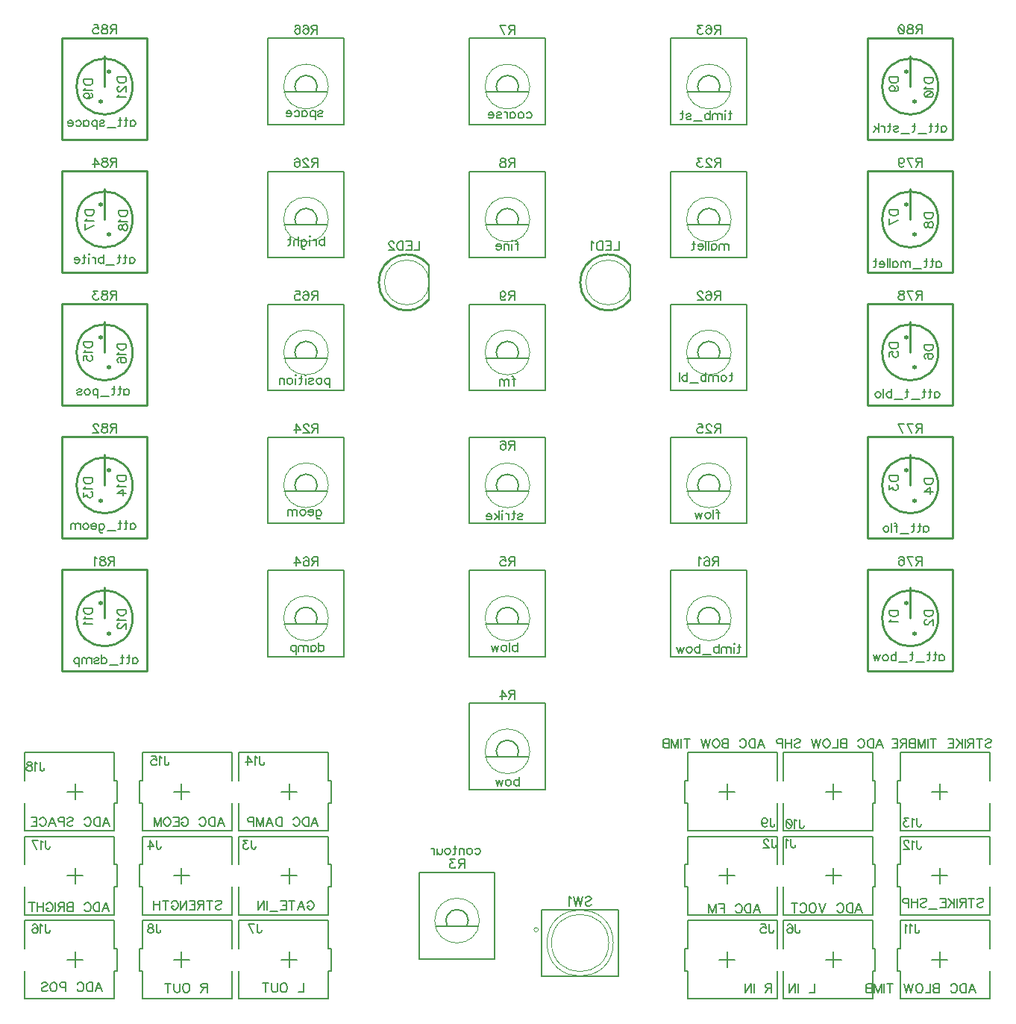
<source format=gbo>
G04 DipTrace 3.2.0.1*
G04 uElements22_02.GBO*
%MOIN*%
G04 #@! TF.FileFunction,Legend,Bot*
G04 #@! TF.Part,Single*
%ADD10C,0.009843*%
%ADD16C,0.01*%
%ADD18C,0.008*%
%ADD20C,0.006*%
%ADD30C,0.000013*%
%ADD35O,0.021404X0.017461*%
%ADD38C,0.005*%
%ADD39C,0.005984*%
%ADD89C,0.006176*%
%FSLAX26Y26*%
G04*
G70*
G90*
G75*
G01*
G04 BotSilk*
%LPD*%
D35*
X4350517Y2161534D3*
X4387483Y2026466D3*
X4350517Y2755285D3*
X4387483Y2620217D3*
X4350517Y3349034D3*
X4387483Y3213966D3*
X4350517Y3942785D3*
X4387483Y3807717D3*
X4350517Y4536534D3*
X4387483Y4401466D3*
X750517Y2161534D3*
X787483Y2026466D3*
X749982Y2620217D3*
X788018Y2755285D3*
X750517Y3349034D3*
X787483Y3213966D3*
X750517Y3942785D3*
X787483Y3807717D3*
X749982Y4401466D3*
X788018Y4536534D3*
X4025372Y908965D2*
D20*
Y979000D1*
X3990425Y944000D2*
X4060368D1*
X4200255Y994015D2*
Y1119000D1*
Y893985D2*
Y769000D1*
X3800246Y893985D2*
Y769000D1*
Y994015D2*
Y1119000D1*
X4200255D1*
Y769000D2*
X3800246D1*
X4200255Y893985D2*
D39*
X4212729D1*
Y994015D1*
X4200255D1*
X3550130Y979035D2*
D20*
Y909000D1*
X3585077Y944000D2*
X3515133D1*
X3375246Y893985D2*
Y769000D1*
Y994015D2*
Y1119000D1*
X3775256Y994015D2*
Y1119000D1*
Y893985D2*
Y769000D1*
X3375246D1*
Y1119000D2*
X3775256D1*
X3375246Y994015D2*
D39*
X3362772D1*
Y893985D1*
X3375246D1*
X1594121Y910070D2*
D20*
Y980105D1*
X1559174Y945105D2*
X1629118D1*
X1769004Y995120D2*
Y1120105D1*
Y895090D2*
Y770105D1*
X1368995Y895090D2*
Y770105D1*
Y995120D2*
Y1120105D1*
X1769004D1*
Y770105D2*
X1368995D1*
X1769004Y895090D2*
D39*
X1781479D1*
Y995120D1*
X1769004D1*
X1112628Y980140D2*
D20*
Y910105D1*
X1147575Y945105D2*
X1077632D1*
X937745Y895090D2*
Y770105D1*
Y995120D2*
Y1120105D1*
X1337754Y995120D2*
Y1120105D1*
Y895090D2*
Y770105D1*
X937745D1*
Y1120105D2*
X1337754D1*
X937745Y995120D2*
D39*
X925271D1*
Y895090D1*
X937745D1*
X3550180Y604035D2*
D20*
Y534000D1*
X3585127Y569000D2*
X3515183D1*
X3375296Y518985D2*
Y394000D1*
Y619015D2*
Y744000D1*
X3775306Y619015D2*
Y744000D1*
Y518985D2*
Y394000D1*
X3375296D1*
Y744000D2*
X3775306D1*
X3375296Y619015D2*
D39*
X3362822D1*
Y518985D1*
X3375296D1*
X4025218Y533947D2*
D20*
Y603982D1*
X3990271Y568982D2*
X4060215D1*
X4200102Y618997D2*
Y743982D1*
Y518967D2*
Y393982D1*
X3800092Y518967D2*
Y393982D1*
Y618997D2*
Y743982D1*
X4200102D1*
Y393982D2*
X3800092D1*
X4200102Y518967D2*
D39*
X4212576D1*
Y618997D1*
X4200102D1*
X1594121Y535070D2*
D20*
Y605105D1*
X1559174Y570105D2*
X1629118D1*
X1769004Y620120D2*
Y745105D1*
Y520090D2*
Y395105D1*
X1368995Y520090D2*
Y395105D1*
Y620120D2*
Y745105D1*
X1769004D1*
Y395105D2*
X1368995D1*
X1769004Y520090D2*
D39*
X1781479D1*
Y620120D1*
X1769004D1*
X1112628Y605140D2*
D20*
Y535105D1*
X1147575Y570105D2*
X1077632D1*
X937745Y520090D2*
Y395105D1*
Y620120D2*
Y745105D1*
X1337754Y620120D2*
Y745105D1*
Y520090D2*
Y395105D1*
X937745D1*
Y745105D2*
X1337754D1*
X937745Y620120D2*
D39*
X925271D1*
Y520090D1*
X937745D1*
X3550130Y1354035D2*
D20*
Y1284000D1*
X3585077Y1319000D2*
X3515133D1*
X3375246Y1268985D2*
Y1144000D1*
Y1369015D2*
Y1494000D1*
X3775256Y1369015D2*
Y1494000D1*
Y1268985D2*
Y1144000D1*
X3375246D1*
Y1494000D2*
X3775256D1*
X3375246Y1369015D2*
D39*
X3362772D1*
Y1268985D1*
X3375246D1*
X4025372Y1283965D2*
D20*
Y1354000D1*
X3990425Y1319000D2*
X4060368D1*
X4200255Y1369015D2*
Y1494000D1*
Y1268985D2*
Y1144000D1*
X3800246Y1268985D2*
Y1144000D1*
Y1369015D2*
Y1494000D1*
X4200255D1*
Y1144000D2*
X3800246D1*
X4200255Y1268985D2*
D39*
X4212729D1*
Y1369015D1*
X4200255D1*
X4500128Y604035D2*
D20*
Y534000D1*
X4535075Y569000D2*
X4465132D1*
X4325245Y518985D2*
Y394000D1*
Y619015D2*
Y744000D1*
X4725254Y619015D2*
Y744000D1*
Y518985D2*
Y394000D1*
X4325245D1*
Y744000D2*
X4725254D1*
X4325245Y619015D2*
D39*
X4312771D1*
Y518985D1*
X4325245D1*
X4500128Y979035D2*
D20*
Y909000D1*
X4535075Y944000D2*
X4465132D1*
X4325245Y893985D2*
Y769000D1*
Y994015D2*
Y1119000D1*
X4725254Y994015D2*
Y1119000D1*
Y893985D2*
Y769000D1*
X4325245D1*
Y1119000D2*
X4725254D1*
X4325245Y994015D2*
D39*
X4312771D1*
Y893985D1*
X4325245D1*
X4500128Y1354035D2*
D20*
Y1284000D1*
X4535075Y1319000D2*
X4465132D1*
X4325245Y1268985D2*
Y1144000D1*
Y1369015D2*
Y1494000D1*
X4725254Y1369015D2*
Y1494000D1*
Y1268985D2*
Y1144000D1*
X4325245D1*
Y1494000D2*
X4725254D1*
X4325245Y1369015D2*
D39*
X4312771D1*
Y1268985D1*
X4325245D1*
X1594121Y1283965D2*
D20*
Y1354000D1*
X1559174Y1319000D2*
X1629118D1*
X1769004Y1369015D2*
Y1494000D1*
Y1268985D2*
Y1144000D1*
X1368995Y1268985D2*
Y1144000D1*
Y1369015D2*
Y1494000D1*
X1769004D1*
Y1144000D2*
X1368995D1*
X1769004Y1268985D2*
D39*
X1781479D1*
Y1369015D1*
X1769004D1*
X1112628Y1354035D2*
D20*
Y1284000D1*
X1147575Y1319000D2*
X1077632D1*
X937745Y1268985D2*
Y1144000D1*
Y1369015D2*
Y1494000D1*
X1337754Y1369015D2*
Y1494000D1*
Y1268985D2*
Y1144000D1*
X937745D1*
Y1494000D2*
X1337754D1*
X937745Y1369015D2*
D39*
X925271D1*
Y1268985D1*
X937745D1*
X637870Y533965D2*
D20*
Y604000D1*
X602923Y569000D2*
X672867D1*
X812754Y619015D2*
Y744000D1*
Y518985D2*
Y394000D1*
X412744Y518985D2*
Y394000D1*
Y619015D2*
Y744000D1*
X812754D1*
Y394000D2*
X412744D1*
X812754Y518985D2*
D39*
X825228D1*
Y619015D1*
X812754D1*
X637870Y908965D2*
D20*
Y979000D1*
X602923Y944000D2*
X672867D1*
X812754Y994015D2*
Y1119000D1*
Y893985D2*
Y769000D1*
X412744Y893985D2*
Y769000D1*
Y994015D2*
Y1119000D1*
X812754D1*
Y769000D2*
X412744D1*
X812754Y893985D2*
D39*
X825228D1*
Y994015D1*
X812754D1*
X637870Y1283965D2*
D20*
Y1354000D1*
X602923Y1319000D2*
X672867D1*
X812754Y1369015D2*
Y1494000D1*
Y1268985D2*
Y1144000D1*
X412744Y1268985D2*
Y1144000D1*
Y1369015D2*
Y1494000D1*
X812754D1*
Y1144000D2*
X412744D1*
X812754Y1268985D2*
D39*
X825228D1*
Y1369015D1*
X812754D1*
X2919000Y3594000D2*
D30*
G02X2919000Y3594000I100000J0D01*
G01*
X3119000Y3669000D2*
D18*
Y3519000D1*
Y3669000D2*
D16*
G03X3119000Y3519000I-100000J-75000D01*
G01*
X2019000Y3594000D2*
D30*
G02X2019000Y3594000I100000J0D01*
G01*
X2219000Y3669000D2*
D18*
Y3519000D1*
Y3669000D2*
D16*
G03X2219000Y3519000I-100000J-75000D01*
G01*
X2244002Y744010D2*
D30*
G02X2244002Y744010I99998J0D01*
G01*
X2513095Y958961D2*
D38*
X2174905D1*
Y573532D1*
X2513095D1*
Y958961D1*
X2300676Y719400D2*
D18*
G02X2387324Y719400I43324J24576D01*
G01*
X2300676D2*
X2387324D1*
X2247538D2*
X2439489D1*
X2469002Y1500010D2*
D30*
G02X2469002Y1500010I99998J0D01*
G01*
X2738095Y1714961D2*
D38*
X2399905D1*
Y1329532D1*
X2738095D1*
Y1714961D1*
X2525676Y1475400D2*
D18*
G02X2612324Y1475400I43324J24576D01*
G01*
X2525676D2*
X2612324D1*
X2472538D2*
X2664489D1*
X2469002Y2093770D2*
D30*
G02X2469002Y2093770I99998J0D01*
G01*
X2738095Y2308720D2*
D38*
X2399905D1*
Y1923292D1*
X2738095D1*
Y2308720D1*
X2525676Y2069159D2*
D18*
G02X2612324Y2069159I43324J24576D01*
G01*
X2525676D2*
X2612324D1*
X2472538D2*
X2664489D1*
X2469002Y2687761D2*
D30*
G02X2469002Y2687761I99998J0D01*
G01*
X2738095Y2902711D2*
D38*
X2399905D1*
Y2517282D1*
X2738095D1*
Y2902711D1*
X2525676Y2663150D2*
D18*
G02X2612324Y2663150I43324J24576D01*
G01*
X2525676D2*
X2612324D1*
X2472538D2*
X2664489D1*
X2469002Y4468825D2*
D30*
G02X2469002Y4468825I99998J0D01*
G01*
X2738095Y4683776D2*
D38*
X2399905D1*
Y4298347D1*
X2738095D1*
Y4683776D1*
X2525676Y4444215D2*
D18*
G02X2612324Y4444215I43324J24576D01*
G01*
X2525676D2*
X2612324D1*
X2472538D2*
X2664489D1*
X2469002Y3875073D2*
D30*
G02X2469002Y3875073I99998J0D01*
G01*
X2738095Y4090024D2*
D38*
X2399905D1*
Y3704595D1*
X2738095D1*
Y4090024D1*
X2525676Y3850463D2*
D18*
G02X2612324Y3850463I43324J24576D01*
G01*
X2525676D2*
X2612324D1*
X2472538D2*
X2664489D1*
X2469002Y3281322D2*
D30*
G02X2469002Y3281322I99998J0D01*
G01*
X2738095Y3496273D2*
D38*
X2399905D1*
Y3110844D1*
X2738095D1*
Y3496273D1*
X2525676Y3256712D2*
D18*
G02X2612324Y3256712I43324J24576D01*
G01*
X2525676D2*
X2612324D1*
X2472538D2*
X2664489D1*
X3369002Y3875261D2*
D30*
G02X3369002Y3875261I99998J0D01*
G01*
X3638095Y4090211D2*
D38*
X3299905D1*
Y3704782D1*
X3638095D1*
Y4090211D1*
X3425676Y3850650D2*
D18*
G02X3512324Y3850650I43324J24576D01*
G01*
X3425676D2*
X3512324D1*
X3372538D2*
X3564489D1*
X1569002Y2688010D2*
D30*
G02X1569002Y2688010I99998J0D01*
G01*
X1838095Y2902961D2*
D38*
X1499905D1*
Y2517532D1*
X1838095D1*
Y2902961D1*
X1625676Y2663400D2*
D18*
G02X1712324Y2663400I43324J24576D01*
G01*
X1625676D2*
X1712324D1*
X1572538D2*
X1764489D1*
X3369002Y2687761D2*
D30*
G02X3369002Y2687761I99998J0D01*
G01*
X3638095Y2902711D2*
D38*
X3299905D1*
Y2517282D1*
X3638095D1*
Y2902711D1*
X3425676Y2663150D2*
D18*
G02X3512324Y2663150I43324J24576D01*
G01*
X3425676D2*
X3512324D1*
X3372538D2*
X3564489D1*
X1569002Y3875261D2*
D30*
G02X1569002Y3875261I99998J0D01*
G01*
X1838095Y4090211D2*
D38*
X1499905D1*
Y3704782D1*
X1838095D1*
Y4090211D1*
X1625676Y3850650D2*
D18*
G02X1712324Y3850650I43324J24576D01*
G01*
X1625676D2*
X1712324D1*
X1572538D2*
X1764489D1*
X3369002Y2094010D2*
D30*
G02X3369002Y2094010I99998J0D01*
G01*
X3638095Y2308961D2*
D38*
X3299905D1*
Y1923532D1*
X3638095D1*
Y2308961D1*
X3425676Y2069400D2*
D18*
G02X3512324Y2069400I43324J24576D01*
G01*
X3425676D2*
X3512324D1*
X3372538D2*
X3564489D1*
X3369002Y3281510D2*
D30*
G02X3369002Y3281510I99998J0D01*
G01*
X3638095Y3496461D2*
D38*
X3299905D1*
Y3111032D1*
X3638095D1*
Y3496461D1*
X3425676Y3256900D2*
D18*
G02X3512324Y3256900I43324J24576D01*
G01*
X3425676D2*
X3512324D1*
X3372538D2*
X3564489D1*
X3369002Y4469010D2*
D30*
G02X3369002Y4469010I99998J0D01*
G01*
X3638095Y4683961D2*
D38*
X3299905D1*
Y4298532D1*
X3638095D1*
Y4683961D1*
X3425676Y4444400D2*
D18*
G02X3512324Y4444400I43324J24576D01*
G01*
X3425676D2*
X3512324D1*
X3372538D2*
X3564489D1*
X1569002Y2094010D2*
D30*
G02X1569002Y2094010I99998J0D01*
G01*
X1838095Y2308961D2*
D38*
X1499905D1*
Y1923532D1*
X1838095D1*
Y2308961D1*
X1625676Y2069400D2*
D18*
G02X1712324Y2069400I43324J24576D01*
G01*
X1625676D2*
X1712324D1*
X1572538D2*
X1764489D1*
X1569002Y3281510D2*
D30*
G02X1569002Y3281510I99998J0D01*
G01*
X1838095Y3496461D2*
D38*
X1499905D1*
Y3111032D1*
X1838095D1*
Y3496461D1*
X1625676Y3256900D2*
D18*
G02X1712324Y3256900I43324J24576D01*
G01*
X1625676D2*
X1712324D1*
X1572538D2*
X1764489D1*
X1569002Y4469010D2*
D30*
G02X1569002Y4469010I99998J0D01*
G01*
X1838095Y4683961D2*
D38*
X1499905D1*
Y4298532D1*
X1838095D1*
Y4683961D1*
X1625676Y4444400D2*
D18*
G02X1712324Y4444400I43324J24576D01*
G01*
X1625676D2*
X1712324D1*
X1572538D2*
X1764489D1*
X4559927Y2310535D2*
D10*
X4178073D1*
Y1857805D1*
X4559927D1*
Y2310535D1*
X4243994Y2094009D2*
G02X4243994Y2094009I125006J0D01*
G01*
X4369317Y2231563D2*
X4369000Y2093982D1*
X4559927Y2904285D2*
X4178073D1*
Y2451554D1*
X4559927D1*
Y2904285D1*
X4243994Y2687758D2*
G02X4243994Y2687758I125006J0D01*
G01*
X4369317Y2825313D2*
X4369000Y2687731D1*
X4559927Y3498035D2*
X4178073D1*
Y3045305D1*
X4559927D1*
Y3498035D1*
X4243994Y3281509D2*
G02X4243994Y3281509I125006J0D01*
G01*
X4369317Y3419063D2*
X4369000Y3281482D1*
X4559927Y4091785D2*
X4178073D1*
Y3639054D1*
X4559927D1*
Y4091785D1*
X4243994Y3875258D2*
G02X4243994Y3875258I125006J0D01*
G01*
X4369317Y4012813D2*
X4369000Y3875231D1*
X4559927Y4685535D2*
X4178073D1*
Y4232805D1*
X4559927D1*
Y4685535D1*
X4243994Y4469009D2*
G02X4243994Y4469009I125006J0D01*
G01*
X4369317Y4606563D2*
X4369000Y4468982D1*
X959927Y2310535D2*
X578073D1*
Y1857805D1*
X959927D1*
Y2310535D1*
X643994Y2094009D2*
G02X643994Y2094009I125006J0D01*
G01*
X769317Y2231563D2*
X769000Y2093982D1*
X959927Y2904286D2*
X578073D1*
Y2451555D1*
X959927D1*
Y2904286D1*
X643994Y2687759D2*
G02X643994Y2687759I125006J0D01*
G01*
X769317Y2825314D2*
X769000Y2687733D1*
X959927Y3498035D2*
X578073D1*
Y3045305D1*
X959927D1*
Y3498035D1*
X643994Y3281509D2*
G02X643994Y3281509I125006J0D01*
G01*
X769317Y3419063D2*
X769000Y3281482D1*
X959927Y4091786D2*
X578073D1*
Y3639055D1*
X959927D1*
Y4091786D1*
X643994Y3875259D2*
G02X643994Y3875259I125006J0D01*
G01*
X769317Y4012814D2*
X769000Y3875233D1*
X959927Y4685535D2*
X578073D1*
Y4232805D1*
X959927D1*
Y4685535D1*
X643994Y4469009D2*
G02X643994Y4469009I125006J0D01*
G01*
X769317Y4606563D2*
X769000Y4468982D1*
X2687307Y703055D2*
D30*
G02X2687307Y703055I9843J0D01*
G01*
X2746035Y644000D2*
G02X2746035Y644000I147965J0D01*
G01*
X2766047D2*
G02X2766047Y644000I127953J0D01*
G01*
X2722740Y791638D2*
D38*
X3065260D1*
Y496362D1*
X2722740Y791638D2*
Y496362D1*
X3065260D1*
X4275171Y2128944D2*
D89*
X4315363D1*
Y2115546D1*
X4313417Y2109798D1*
X4309615Y2105952D1*
X4305768Y2104050D1*
X4300064Y2102149D1*
X4290470D1*
X4284722Y2104050D1*
X4280919Y2105952D1*
X4277072Y2109798D1*
X4275171Y2115546D1*
Y2128944D1*
X4282864Y2089798D2*
X4280919Y2085951D1*
X4275215Y2080203D1*
X4315363D1*
X4431410Y2128896D2*
X4471602D1*
Y2115499D1*
X4469656Y2109751D1*
X4465854Y2105904D1*
X4462007Y2104003D1*
X4456303Y2102101D1*
X4446708D1*
X4440960Y2104003D1*
X4437158Y2105904D1*
X4433311Y2109751D1*
X4431410Y2115499D1*
Y2128896D1*
X4441005Y2087804D2*
X4439103D1*
X4435257Y2085903D1*
X4433355Y2084002D1*
X4431454Y2080155D1*
Y2072506D1*
X4433355Y2068703D1*
X4435256Y2066802D1*
X4439103Y2064857D1*
X4442906D1*
X4446753Y2066802D1*
X4452456Y2070605D1*
X4471602Y2089750D1*
Y2062955D1*
X4275171Y2731294D2*
X4315363D1*
Y2717897D1*
X4313417Y2712149D1*
X4309615Y2708302D1*
X4305768Y2706401D1*
X4300064Y2704500D1*
X4290470D1*
X4284722Y2706401D1*
X4280919Y2708302D1*
X4277072Y2712149D1*
X4275171Y2717897D1*
Y2731294D1*
X4275215Y2688301D2*
Y2667299D1*
X4290514Y2678751D1*
Y2673003D1*
X4292415Y2669200D1*
X4294316Y2667299D1*
X4300064Y2665354D1*
X4303867D1*
X4309615Y2667299D1*
X4313462Y2671102D1*
X4315363Y2676850D1*
Y2682598D1*
X4313462Y2688301D1*
X4311516Y2690203D1*
X4307714Y2692148D1*
X4431410Y2717348D2*
X4471602D1*
Y2703951D1*
X4469656Y2698202D1*
X4465854Y2694356D1*
X4462007Y2692454D1*
X4456303Y2690553D1*
X4446708D1*
X4440960Y2692455D1*
X4437158Y2694356D1*
X4433311Y2698203D1*
X4431410Y2703951D1*
Y2717348D1*
X4471602Y2659057D2*
X4431454D1*
X4458204Y2678202D1*
Y2649506D1*
X4275171Y3325044D2*
X4315363D1*
Y3311646D1*
X4313417Y3305898D1*
X4309615Y3302051D1*
X4305768Y3300150D1*
X4300064Y3298249D1*
X4290470D1*
X4284722Y3300150D1*
X4280919Y3302051D1*
X4277072Y3305898D1*
X4275171Y3311646D1*
Y3325044D1*
X4275215Y3262950D2*
Y3282051D1*
X4292415Y3283952D1*
X4290514Y3282051D1*
X4288568Y3276303D1*
Y3270599D1*
X4290514Y3264851D1*
X4294316Y3261004D1*
X4300064Y3259103D1*
X4303867D1*
X4309615Y3261004D1*
X4313462Y3264851D1*
X4315363Y3270599D1*
Y3276303D1*
X4313462Y3282051D1*
X4311516Y3283952D1*
X4307714Y3285898D1*
X4431410Y3315423D2*
X4471602D1*
Y3302026D1*
X4469656Y3296278D1*
X4465854Y3292431D1*
X4462007Y3290530D1*
X4456303Y3288629D1*
X4446708D1*
X4440960Y3290530D1*
X4437158Y3292431D1*
X4433311Y3296278D1*
X4431410Y3302026D1*
Y3315423D1*
X4437158Y3253329D2*
X4433355Y3255231D1*
X4431454Y3260979D1*
Y3264781D1*
X4433355Y3270529D1*
X4439103Y3274376D1*
X4448654Y3276277D1*
X4458204D1*
X4465854Y3274376D1*
X4469701Y3270529D1*
X4471602Y3264781D1*
Y3262880D1*
X4469701Y3257176D1*
X4465854Y3253329D1*
X4460106Y3251428D1*
X4458204D1*
X4452456Y3253329D1*
X4448654Y3257176D1*
X4446753Y3262880D1*
Y3264781D1*
X4448654Y3270529D1*
X4452456Y3274376D1*
X4458204Y3276277D1*
X4275171Y3918794D2*
X4315363D1*
Y3905397D1*
X4313417Y3899649D1*
X4309615Y3895802D1*
X4305768Y3893901D1*
X4300064Y3892000D1*
X4290470D1*
X4284722Y3893901D1*
X4280919Y3895802D1*
X4277072Y3899649D1*
X4275171Y3905397D1*
Y3918794D1*
X4315363Y3871999D2*
X4275215Y3852854D1*
Y3879648D1*
X4431410Y3903875D2*
X4471602D1*
Y3890478D1*
X4469656Y3884730D1*
X4465854Y3880883D1*
X4462007Y3878982D1*
X4456303Y3877080D1*
X4446708D1*
X4440960Y3878982D1*
X4437158Y3880883D1*
X4433311Y3884730D1*
X4431410Y3890478D1*
Y3903875D1*
X4431454Y3855179D2*
X4433355Y3860882D1*
X4437158Y3862828D1*
X4441005D1*
X4444807Y3860882D1*
X4446753Y3857080D1*
X4448654Y3849431D1*
X4450555Y3843683D1*
X4454402Y3839880D1*
X4458204Y3837979D1*
X4463952D1*
X4467755Y3839880D1*
X4469700Y3841781D1*
X4471602Y3847529D1*
Y3855179D1*
X4469701Y3860882D1*
X4467755Y3862828D1*
X4463952Y3864729D1*
X4458204D1*
X4454402Y3862828D1*
X4450555Y3858981D1*
X4448654Y3853277D1*
X4446753Y3845628D1*
X4444807Y3841781D1*
X4441005Y3839880D1*
X4437158D1*
X4433355Y3841781D1*
X4431454Y3847529D1*
Y3855179D1*
X4275171Y4511593D2*
X4315363D1*
Y4498196D1*
X4313417Y4492448D1*
X4309615Y4488601D1*
X4305768Y4486700D1*
X4300064Y4484798D1*
X4290470D1*
X4284722Y4486700D1*
X4280919Y4488601D1*
X4277072Y4492448D1*
X4275171Y4498196D1*
Y4511593D1*
X4288568Y4447554D2*
X4294316Y4449499D1*
X4298163Y4453302D1*
X4300064Y4459050D1*
Y4460951D1*
X4298163Y4466699D1*
X4294316Y4470501D1*
X4288568Y4472447D1*
X4286667D1*
X4280919Y4470501D1*
X4277116Y4466699D1*
X4275215Y4460951D1*
Y4459050D1*
X4277116Y4453302D1*
X4280919Y4449499D1*
X4288568Y4447554D1*
X4298163D1*
X4307714Y4449499D1*
X4313462Y4453302D1*
X4315363Y4459050D1*
Y4462852D1*
X4313462Y4468600D1*
X4309615Y4470501D1*
X4431410Y4508620D2*
X4471602D1*
Y4495222D1*
X4469656Y4489474D1*
X4465854Y4485628D1*
X4462007Y4483726D1*
X4456303Y4481825D1*
X4446708D1*
X4440960Y4483726D1*
X4437158Y4485628D1*
X4433311Y4489474D1*
X4431410Y4495222D1*
Y4508620D1*
X4439103Y4469474D2*
X4437158Y4465627D1*
X4431454Y4459879D1*
X4471602D1*
X4431454Y4436031D2*
X4433355Y4441779D1*
X4439103Y4445626D1*
X4448654Y4447527D1*
X4454402D1*
X4463952Y4445626D1*
X4469701Y4441779D1*
X4471602Y4436031D1*
Y4432229D1*
X4469701Y4426481D1*
X4463952Y4422678D1*
X4454402Y4420733D1*
X4448654D1*
X4439103Y4422678D1*
X4433355Y4426481D1*
X4431454Y4432229D1*
Y4436031D1*
X4439103Y4422678D2*
X4463952Y4445626D1*
X675171Y2139917D2*
X715363D1*
Y2126519D1*
X713417Y2120771D1*
X709615Y2116925D1*
X705768Y2115023D1*
X700064Y2113122D1*
X690470D1*
X684722Y2115023D1*
X680919Y2116925D1*
X677072Y2120771D1*
X675171Y2126519D1*
Y2139917D1*
X682864Y2100771D2*
X680919Y2096924D1*
X675215Y2091176D1*
X715363D1*
X682864Y2078825D2*
X680919Y2074978D1*
X675215Y2069230D1*
X715363D1*
X825160Y2133620D2*
X865352D1*
Y2120222D1*
X863407Y2114474D1*
X859604Y2110628D1*
X855758Y2108726D1*
X850054Y2106825D1*
X840459D1*
X834711Y2108726D1*
X830908Y2110628D1*
X827062Y2114474D1*
X825160Y2120222D1*
Y2133620D1*
X832854Y2094474D2*
X830908Y2090627D1*
X825205Y2084879D1*
X865352D1*
X834755Y2070582D2*
X832854D1*
X829007Y2068681D1*
X827106Y2066779D1*
X825205Y2062933D1*
Y2055283D1*
X827106Y2051481D1*
X829007Y2049580D1*
X832854Y2047634D1*
X836656D1*
X840503Y2049580D1*
X846207Y2053382D1*
X865352Y2072527D1*
Y2045733D1*
X675171Y2721121D2*
X715363D1*
Y2707724D1*
X713417Y2701976D1*
X709615Y2698129D1*
X705768Y2696228D1*
X700064Y2694326D1*
X690470D1*
X684722Y2696228D1*
X680919Y2698129D1*
X677072Y2701976D1*
X675171Y2707724D1*
Y2721121D1*
X682864Y2681975D2*
X680919Y2678128D1*
X675215Y2672380D1*
X715363D1*
X675215Y2656182D2*
Y2635180D1*
X690514Y2646631D1*
Y2640883D1*
X692415Y2637081D1*
X694316Y2635180D1*
X700064Y2633234D1*
X703867D1*
X709615Y2635180D1*
X713462Y2638982D1*
X715363Y2644730D1*
Y2650478D1*
X713462Y2656182D1*
X711516Y2658083D1*
X707714Y2660029D1*
X825160Y2730719D2*
X865352D1*
Y2717322D1*
X863407Y2711574D1*
X859604Y2707727D1*
X855758Y2705826D1*
X850054Y2703925D1*
X840459D1*
X834711Y2705826D1*
X830908Y2707727D1*
X827062Y2711574D1*
X825160Y2717322D1*
Y2730719D1*
X832854Y2691573D2*
X830908Y2687726D1*
X825205Y2681978D1*
X865352D1*
Y2650482D2*
X825205D1*
X851955Y2669627D1*
Y2640931D1*
X675171Y3329767D2*
X715363D1*
Y3316370D1*
X713417Y3310622D1*
X709615Y3306775D1*
X705768Y3304874D1*
X700064Y3302973D1*
X690470D1*
X684722Y3304874D1*
X680919Y3306775D1*
X677072Y3310622D1*
X675171Y3316370D1*
Y3329767D1*
X682864Y3290621D2*
X680919Y3286775D1*
X675215Y3281027D1*
X715363Y3281026D1*
X675215Y3245727D2*
Y3264828D1*
X692415Y3266730D1*
X690514Y3264828D1*
X688568Y3259080D1*
Y3253377D1*
X690514Y3247629D1*
X694316Y3243782D1*
X700064Y3241880D1*
X703867D1*
X709615Y3243782D1*
X713462Y3247629D1*
X715363Y3253377D1*
Y3259080D1*
X713462Y3264828D1*
X711516Y3266730D1*
X707714Y3268675D1*
X825160Y3320147D2*
X865352D1*
Y3306750D1*
X863407Y3301002D1*
X859604Y3297155D1*
X855758Y3295254D1*
X850054Y3293352D1*
X840459D1*
X834711Y3295254D1*
X830908Y3297155D1*
X827062Y3301002D1*
X825160Y3306750D1*
Y3320147D1*
X832854Y3281001D2*
X830908Y3277154D1*
X825205Y3271406D1*
X865352D1*
X830908Y3236107D2*
X827106Y3238008D1*
X825205Y3243756D1*
Y3247559D1*
X827106Y3253307D1*
X832854Y3257153D1*
X842405Y3259055D1*
X851955D1*
X859604Y3257153D1*
X863451Y3253307D1*
X865352Y3247559D1*
Y3245657D1*
X863451Y3239954D1*
X859604Y3236107D1*
X853856Y3234206D1*
X851955D1*
X846207Y3236107D1*
X842404Y3239954D1*
X840503Y3245657D1*
Y3247559D1*
X842405Y3253307D1*
X846207Y3257153D1*
X851955Y3259055D1*
X681420Y3917269D2*
X721612D1*
Y3903871D1*
X719667Y3898123D1*
X715864Y3894276D1*
X712017Y3892375D1*
X706314Y3890474D1*
X696719D1*
X690971Y3892375D1*
X687168Y3894277D1*
X683322Y3898123D1*
X681420Y3903871D1*
Y3917269D1*
X689114Y3878123D2*
X687168Y3874276D1*
X681465Y3868528D1*
X721612D1*
Y3848527D2*
X681464Y3829382D1*
Y3856176D1*
X831410Y3914848D2*
X871602D1*
Y3901451D1*
X869656Y3895703D1*
X865854Y3891856D1*
X862007Y3889955D1*
X856303Y3888054D1*
X846708D1*
X840960Y3889955D1*
X837158Y3891856D1*
X833311Y3895703D1*
X831410Y3901451D1*
Y3914848D1*
X839103Y3875702D2*
X837158Y3871855D1*
X831454Y3866107D1*
X871602D1*
X831454Y3844205D2*
X833355Y3849909D1*
X837158Y3851855D1*
X841005D1*
X844807Y3849909D1*
X846753Y3846107D1*
X848654Y3838457D1*
X850555Y3832709D1*
X854402Y3828907D1*
X858204Y3827006D1*
X863952D1*
X867755Y3828907D1*
X869700Y3830808D1*
X871602Y3836556D1*
Y3844205D1*
X869701Y3849909D1*
X867755Y3851855D1*
X863952Y3853756D1*
X858204D1*
X854402Y3851855D1*
X850555Y3848008D1*
X848654Y3842304D1*
X846753Y3834655D1*
X844807Y3830808D1*
X841005Y3828907D1*
X837158D1*
X833355Y3830808D1*
X831454Y3836556D1*
Y3844205D1*
X675171Y4501420D2*
X715363D1*
Y4488022D1*
X713417Y4482274D1*
X709615Y4478428D1*
X705768Y4476526D1*
X700064Y4474625D1*
X690470D1*
X684722Y4476526D1*
X680919Y4478428D1*
X677072Y4482274D1*
X675171Y4488022D1*
Y4501420D1*
X682864Y4462274D2*
X680919Y4458427D1*
X675215Y4452679D1*
X715363D1*
X688568Y4415434D2*
X694316Y4417380D1*
X698163Y4421182D1*
X700064Y4426930D1*
Y4428831D1*
X698163Y4434579D1*
X694316Y4438382D1*
X688568Y4440328D1*
X686667D1*
X680919Y4438382D1*
X677116Y4434579D1*
X675215Y4428831D1*
Y4426930D1*
X677116Y4421182D1*
X680919Y4417380D1*
X688568Y4415434D1*
X698163D1*
X707714Y4417380D1*
X713462Y4421182D1*
X715363Y4426930D1*
Y4430733D1*
X713462Y4436481D1*
X709615Y4438382D1*
X825160Y4511018D2*
X865352D1*
Y4497621D1*
X863407Y4491873D1*
X859604Y4488026D1*
X855758Y4486125D1*
X850054Y4484223D1*
X840459D1*
X834711Y4486125D1*
X830908Y4488026D1*
X827062Y4491873D1*
X825160Y4497621D1*
Y4511018D1*
X834755Y4469926D2*
X832854D1*
X829007Y4468025D1*
X827106Y4466124D1*
X825205Y4462277D1*
Y4454628D1*
X827106Y4450825D1*
X829007Y4448924D1*
X832854Y4446979D1*
X836657D1*
X840503Y4448924D1*
X846207Y4452727D1*
X865352Y4471872D1*
Y4445077D1*
X832854Y4432726D2*
X830908Y4428879D1*
X825205Y4423131D1*
X865352D1*
X3836155Y1108828D2*
Y1078231D1*
X3838056Y1072483D1*
X3840002Y1070581D1*
X3843804Y1068636D1*
X3847651D1*
X3851454Y1070581D1*
X3853355Y1072483D1*
X3855300Y1078231D1*
Y1082033D1*
X3823804Y1101134D2*
X3819957Y1103080D1*
X3814209Y1108784D1*
Y1068636D1*
X4122767Y780244D2*
X4138110Y820436D1*
X4153408Y780244D1*
X4147660Y793641D2*
X4128515D1*
X4110416Y820436D2*
Y780244D1*
X4097018D1*
X4091270Y782189D1*
X4087423Y785992D1*
X4085522Y789838D1*
X4083621Y795542D1*
Y805137D1*
X4085522Y810885D1*
X4087423Y814688D1*
X4091270Y818534D1*
X4097018Y820436D1*
X4110416D1*
X4042574Y810885D2*
X4044475Y814688D1*
X4048322Y818534D1*
X4052124Y820436D1*
X4059773D1*
X4063620Y818534D1*
X4067423Y814688D1*
X4069368Y810885D1*
X4071269Y805137D1*
Y795542D1*
X4069368Y789838D1*
X4067423Y785992D1*
X4063620Y782189D1*
X4059773Y780244D1*
X4052124D1*
X4048322Y782189D1*
X4044475Y785992D1*
X4042574Y789838D1*
X3991341Y820436D2*
X3976043Y780244D1*
X3960744Y820436D1*
X3936897D2*
X3940743Y818534D1*
X3944546Y814688D1*
X3946491Y810885D1*
X3948393Y805137D1*
Y795542D1*
X3946491Y789838D1*
X3944546Y785992D1*
X3940743Y782189D1*
X3936897Y780244D1*
X3929247D1*
X3925445Y782189D1*
X3921598Y785992D1*
X3919697Y789838D1*
X3917796Y795542D1*
Y805137D1*
X3919697Y810885D1*
X3921598Y814688D1*
X3925445Y818534D1*
X3929247Y820436D1*
X3936897D1*
X3876748Y810885D2*
X3878649Y814688D1*
X3882496Y818534D1*
X3886299Y820436D1*
X3893948D1*
X3897795Y818534D1*
X3901597Y814688D1*
X3903543Y810885D1*
X3905444Y805137D1*
Y795542D1*
X3903543Y789838D1*
X3901597Y785992D1*
X3897795Y782189D1*
X3893948Y780244D1*
X3886299D1*
X3882496Y782189D1*
X3878649Y785992D1*
X3876748Y789838D1*
X3850999Y820436D2*
Y780244D1*
X3864397Y820436D2*
X3837602D1*
X3750718Y1108828D2*
Y1078231D1*
X3752619Y1072483D1*
X3754565Y1070581D1*
X3758368Y1068636D1*
X3762214D1*
X3766017Y1070581D1*
X3767918Y1072483D1*
X3769864Y1078231D1*
Y1082033D1*
X3736421Y1099233D2*
Y1101134D1*
X3734520Y1104981D1*
X3732619Y1106882D1*
X3728772Y1108784D1*
X3721123D1*
X3717320Y1106882D1*
X3715419Y1104981D1*
X3713473Y1101134D1*
Y1097332D1*
X3715419Y1093485D1*
X3719221Y1087781D1*
X3738367Y1068636D1*
X3711572D1*
X3668817Y777744D2*
X3684160Y817936D1*
X3699458Y777744D1*
X3693710Y791141D2*
X3674565D1*
X3656466Y817936D2*
Y777744D1*
X3643068D1*
X3637320Y779689D1*
X3633473Y783492D1*
X3631572Y787338D1*
X3629671Y793042D1*
Y802637D1*
X3631572Y808385D1*
X3633473Y812188D1*
X3637320Y816034D1*
X3643068Y817936D1*
X3656466D1*
X3588624Y808385D2*
X3590525Y812188D1*
X3594372Y816034D1*
X3598174Y817936D1*
X3605823D1*
X3609670Y816034D1*
X3613473Y812188D1*
X3615418Y808385D1*
X3617320Y802637D1*
Y793042D1*
X3615418Y787338D1*
X3613473Y783492D1*
X3609670Y779689D1*
X3605823Y777744D1*
X3598174D1*
X3594372Y779689D1*
X3590525Y783492D1*
X3588624Y787338D1*
X3512498Y817936D2*
X3537391D1*
Y777744D1*
Y798790D2*
X3522093D1*
X3469549Y777744D2*
Y817936D1*
X3484848Y777744D1*
X3500147Y817936D1*
Y777744D1*
X1426000Y1103683D2*
Y1073086D1*
X1427902Y1067338D1*
X1429847Y1065437D1*
X1433650Y1063491D1*
X1437496D1*
X1441299Y1065437D1*
X1443200Y1067338D1*
X1445146Y1073086D1*
Y1076889D1*
X1409802Y1103639D2*
X1388800D1*
X1400252Y1088341D1*
X1394504D1*
X1390701Y1086439D1*
X1388800Y1084538D1*
X1386854Y1078790D1*
Y1074988D1*
X1388800Y1069239D1*
X1392602Y1065393D1*
X1398350Y1063491D1*
X1404098D1*
X1409802Y1065393D1*
X1411703Y1067338D1*
X1413649Y1071141D1*
X1674746Y822507D2*
X1676647Y826310D1*
X1680494Y830156D1*
X1684296Y832058D1*
X1691945D1*
X1695792Y830156D1*
X1699595Y826310D1*
X1701540Y822507D1*
X1703442Y816759D1*
Y807164D1*
X1701540Y801461D1*
X1699595Y797614D1*
X1695792Y793811D1*
X1691945Y791866D1*
X1684296D1*
X1680494Y793811D1*
X1676647Y797614D1*
X1674746Y801461D1*
Y807164D1*
X1684296D1*
X1631753Y791866D2*
X1647096Y832058D1*
X1662394Y791866D1*
X1656646Y805263D2*
X1637501D1*
X1606004Y832058D2*
Y791866D1*
X1619401Y832058D2*
X1592607D1*
X1555406D2*
X1580255D1*
Y791866D1*
X1555406D1*
X1580255Y812912D2*
X1564957D1*
X1543055Y785233D2*
X1506709D1*
X1494358Y832058D2*
Y791866D1*
X1455212Y832058D2*
Y791866D1*
X1482007Y832058D1*
Y791866D1*
X1001700Y1103683D2*
Y1073086D1*
X1003602Y1067338D1*
X1005547Y1065437D1*
X1009350Y1063491D1*
X1013196D1*
X1016999Y1065437D1*
X1018900Y1067338D1*
X1020846Y1073086D1*
Y1076889D1*
X970204Y1063491D2*
Y1103639D1*
X989349Y1076889D1*
X960653D1*
X1263783Y827390D2*
X1267586Y831236D1*
X1273334Y833138D1*
X1280983D1*
X1286731Y831236D1*
X1290578Y827390D1*
Y823587D1*
X1288633Y819740D1*
X1286731Y817839D1*
X1282929Y815938D1*
X1271433Y812091D1*
X1267586Y810190D1*
X1265685Y808244D1*
X1263783Y804442D1*
Y798694D1*
X1267586Y794891D1*
X1273334Y792946D1*
X1280983D1*
X1286731Y794891D1*
X1290578Y798694D1*
X1238035Y833138D2*
Y792946D1*
X1251432Y833138D2*
X1224637D1*
X1212286Y813992D2*
X1195086D1*
X1189338Y815938D1*
X1187393Y817839D1*
X1185491Y821642D1*
Y825488D1*
X1187393Y829291D1*
X1189338Y831236D1*
X1195086Y833138D1*
X1212286D1*
Y792946D1*
X1198889Y813992D2*
X1185491Y792946D1*
X1148291Y833138D2*
X1173140D1*
Y792946D1*
X1148291D1*
X1173140Y813992D2*
X1157841D1*
X1109145Y833138D2*
Y792946D1*
X1135939Y833138D1*
Y792946D1*
X1068097Y823587D2*
X1069999Y827390D1*
X1073845Y831236D1*
X1077648Y833138D1*
X1085297D1*
X1089144Y831236D1*
X1092946Y827390D1*
X1094892Y823587D1*
X1096793Y817839D1*
Y808244D1*
X1094892Y802541D1*
X1092946Y798694D1*
X1089144Y794891D1*
X1085297Y792946D1*
X1077648D1*
X1073845Y794891D1*
X1069999Y798694D1*
X1068097Y802541D1*
Y808244D1*
X1077648D1*
X1042349Y833138D2*
Y792946D1*
X1055746Y833138D2*
X1028951D1*
X1016600D2*
Y792946D1*
X989805Y833138D2*
Y792946D1*
X1016600Y813992D2*
X989805D1*
X3738259Y727552D2*
Y696955D1*
X3740160Y691207D1*
X3742106Y689306D1*
X3745908Y687360D1*
X3749755D1*
X3753557Y689306D1*
X3755459Y691207D1*
X3757404Y696955D1*
Y700758D1*
X3702960Y727508D2*
X3722061D1*
X3723962Y710308D1*
X3722061Y712209D1*
X3716313Y714155D1*
X3710609D1*
X3704861Y712209D1*
X3701014Y708407D1*
X3699113Y702659D1*
Y698856D1*
X3701014Y693108D1*
X3704861Y689261D1*
X3710609Y687360D1*
X3716313D1*
X3722061Y689261D1*
X3723962Y691207D1*
X3725907Y695010D1*
X3749369Y442540D2*
X3732169D1*
X3726421Y444485D1*
X3724475Y446386D1*
X3722574Y450189D1*
Y454036D1*
X3724475Y457838D1*
X3726421Y459784D1*
X3732169Y461685D1*
X3749369D1*
Y421493D1*
X3735971Y442540D2*
X3722574Y421493D1*
X3671342Y461685D2*
Y421493D1*
X3632196Y461685D2*
Y421493D1*
X3658990Y461685D1*
Y421493D1*
X3856135Y727534D2*
Y696937D1*
X3858036Y691189D1*
X3859982Y689287D1*
X3863785Y687342D1*
X3867631D1*
X3871434Y689287D1*
X3873335Y691189D1*
X3875281Y696937D1*
Y700739D1*
X3820836Y721786D2*
X3822737Y725588D1*
X3828485Y727490D1*
X3832288D1*
X3838036Y725588D1*
X3841883Y719840D1*
X3843784Y710290D1*
Y700739D1*
X3841883Y693090D1*
X3838036Y689243D1*
X3832288Y687342D1*
X3830386D1*
X3824683Y689243D1*
X3820836Y693090D1*
X3818935Y698838D1*
Y700739D1*
X3820836Y706487D1*
X3824683Y710290D1*
X3830386Y712191D1*
X3832288D1*
X3838036Y710290D1*
X3841883Y706487D1*
X3843784Y700739D1*
X3941293Y461667D2*
Y421475D1*
X3918345D1*
X3867113Y461667D2*
Y421475D1*
X3827967Y461667D2*
Y421475D1*
X3854762Y461667D1*
Y421475D1*
X1451000Y728683D2*
Y698086D1*
X1452902Y692338D1*
X1454847Y690437D1*
X1458650Y688491D1*
X1462496D1*
X1466299Y690437D1*
X1468200Y692338D1*
X1470146Y698086D1*
Y701889D1*
X1431000Y688491D2*
X1411854Y728639D1*
X1438649D1*
X1659287Y464286D2*
Y424094D1*
X1636339D1*
X1573611Y464286D2*
X1577457Y462385D1*
X1581260Y458538D1*
X1583205Y454735D1*
X1585107Y448987D1*
Y439393D1*
X1583205Y433689D1*
X1581260Y429842D1*
X1577457Y426040D1*
X1573611Y424094D1*
X1565961D1*
X1562159Y426040D1*
X1558312Y429842D1*
X1556411Y433689D1*
X1554509Y439393D1*
Y448987D1*
X1556411Y454735D1*
X1558312Y458538D1*
X1562159Y462385D1*
X1565961Y464286D1*
X1573611D1*
X1542158D2*
Y435590D1*
X1540257Y429842D1*
X1536410Y426040D1*
X1530662Y424094D1*
X1526859D1*
X1521111Y426040D1*
X1517265Y429842D1*
X1515363Y435590D1*
Y464286D1*
X1489615D2*
Y424094D1*
X1503012Y464286D2*
X1476217D1*
X1000728Y728683D2*
Y698086D1*
X1002629Y692338D1*
X1004574Y690437D1*
X1008377Y688491D1*
X1012224D1*
X1016026Y690437D1*
X1017927Y692338D1*
X1019873Y698086D1*
Y701889D1*
X978826Y728639D2*
X984529Y726738D1*
X986475Y722935D1*
Y719089D1*
X984529Y715286D1*
X980727Y713341D1*
X973078Y711439D1*
X967330Y709538D1*
X963527Y705691D1*
X961626Y701889D1*
Y696141D1*
X963527Y692338D1*
X965428Y690393D1*
X971176Y688491D1*
X978826D1*
X984529Y690393D1*
X986475Y692338D1*
X988376Y696141D1*
Y701889D1*
X986475Y705691D1*
X982628Y709538D1*
X976924Y711439D1*
X969275Y713341D1*
X965428Y715286D1*
X963527Y719089D1*
Y722935D1*
X965428Y726738D1*
X971176Y728639D1*
X978826D1*
X1226704Y444390D2*
X1209504D1*
X1203756Y446336D1*
X1201810Y448237D1*
X1199909Y452039D1*
Y455886D1*
X1201810Y459689D1*
X1203756Y461634D1*
X1209504Y463535D1*
X1226704D1*
Y423343D1*
X1213306Y444390D2*
X1199909Y423343D1*
X1137181Y463535D2*
X1141027Y461634D1*
X1144830Y457787D1*
X1146775Y453985D1*
X1148677Y448237D1*
Y438642D1*
X1146775Y432938D1*
X1144830Y429091D1*
X1141027Y425289D1*
X1137181Y423343D1*
X1129531D1*
X1125729Y425289D1*
X1121882Y429091D1*
X1119981Y432938D1*
X1118079Y438642D1*
Y448237D1*
X1119981Y453985D1*
X1121882Y457787D1*
X1125729Y461634D1*
X1129531Y463535D1*
X1137181D1*
X1105728D2*
Y434839D1*
X1103827Y429091D1*
X1099980Y425289D1*
X1094232Y423343D1*
X1090429D1*
X1084681Y425289D1*
X1080835Y429091D1*
X1078933Y434839D1*
Y463535D1*
X1053185D2*
Y423343D1*
X1066582Y463535D2*
X1039787D1*
X3743518Y1202581D2*
Y1171984D1*
X3745419Y1166236D1*
X3747365Y1164335D1*
X3751168Y1162389D1*
X3755014D1*
X3758817Y1164335D1*
X3760718Y1166236D1*
X3762664Y1171984D1*
Y1175786D1*
X3706273Y1189184D2*
X3708219Y1183436D1*
X3712021Y1179589D1*
X3717769Y1177688D1*
X3719671D1*
X3725419Y1179589D1*
X3729221Y1183436D1*
X3731167Y1189184D1*
Y1191085D1*
X3729221Y1196833D1*
X3725419Y1200636D1*
X3719671Y1202537D1*
X3717769D1*
X3712021Y1200636D1*
X3708219Y1196833D1*
X3706273Y1189184D1*
Y1179589D1*
X3708219Y1170038D1*
X3712021Y1164290D1*
X3717769Y1162389D1*
X3721572D1*
X3727320Y1164290D1*
X3729221Y1168137D1*
X3687572Y1515242D2*
X3702915Y1555434D1*
X3718213Y1515242D1*
X3712465Y1528640D2*
X3693320D1*
X3675220Y1555434D2*
Y1515242D1*
X3661823D1*
X3656075Y1517188D1*
X3652228Y1520990D1*
X3650327Y1524837D1*
X3648426Y1530541D1*
Y1540136D1*
X3650327Y1545884D1*
X3652228Y1549686D1*
X3656075Y1553533D1*
X3661823Y1555434D1*
X3675220D1*
X3607378Y1545884D2*
X3609280Y1549686D1*
X3613127Y1553533D1*
X3616929Y1555434D1*
X3624578D1*
X3628425Y1553533D1*
X3632228Y1549686D1*
X3634173Y1545884D1*
X3636074Y1540136D1*
Y1530541D1*
X3634173Y1524837D1*
X3632228Y1520990D1*
X3628425Y1517188D1*
X3624578Y1515242D1*
X3616929D1*
X3613127Y1517188D1*
X3609280Y1520990D1*
X3607378Y1524837D1*
X3556146Y1555434D2*
Y1515242D1*
X3538902D1*
X3533154Y1517188D1*
X3531253Y1519089D1*
X3529352Y1522892D1*
Y1528640D1*
X3531253Y1532486D1*
X3533154Y1534388D1*
X3538902Y1536289D1*
X3533154Y1538234D1*
X3531253Y1540136D1*
X3529352Y1543938D1*
Y1547785D1*
X3531253Y1551588D1*
X3533154Y1553533D1*
X3538902Y1555434D1*
X3556146D1*
Y1536289D2*
X3538902D1*
X3505504Y1555434D2*
X3509351Y1553533D1*
X3513153Y1549686D1*
X3515099Y1545884D1*
X3517000Y1540136D1*
Y1530541D1*
X3515099Y1524837D1*
X3513153Y1520990D1*
X3509351Y1517188D1*
X3505504Y1515242D1*
X3497855D1*
X3494052Y1517188D1*
X3490206Y1520990D1*
X3488304Y1524837D1*
X3486403Y1530541D1*
Y1540136D1*
X3488304Y1545884D1*
X3490206Y1549686D1*
X3494052Y1553533D1*
X3497855Y1555434D1*
X3505504D1*
X3474052D2*
X3464457Y1515242D1*
X3454906Y1555434D1*
X3445356Y1515242D1*
X3435761Y1555434D1*
X3371131D2*
Y1515242D1*
X3384529Y1555434D2*
X3357734D1*
X3345383D2*
Y1515242D1*
X3302434D2*
Y1555434D1*
X3317733Y1515242D1*
X3333031Y1555434D1*
Y1515242D1*
X3290083Y1555434D2*
Y1515242D1*
X3272839D1*
X3267091Y1517188D1*
X3265189Y1519089D1*
X3263288Y1522892D1*
Y1528640D1*
X3265189Y1532486D1*
X3267091Y1534388D1*
X3272839Y1536289D1*
X3267091Y1538234D1*
X3265189Y1540136D1*
X3263288Y1543938D1*
Y1547785D1*
X3265189Y1551588D1*
X3267091Y1553533D1*
X3272839Y1555434D1*
X3290083D1*
Y1536289D2*
X3272839D1*
X3874476Y1196332D2*
Y1165735D1*
X3876377Y1159986D1*
X3878323Y1158085D1*
X3882125Y1156140D1*
X3885972D1*
X3889775Y1158085D1*
X3891676Y1159986D1*
X3893621Y1165735D1*
Y1169537D1*
X3862125Y1188638D2*
X3858278Y1190584D1*
X3852530Y1196288D1*
Y1156140D1*
X3828682Y1196288D2*
X3834430Y1194386D1*
X3838277Y1188638D1*
X3840178Y1179088D1*
Y1173340D1*
X3838277Y1163789D1*
X3834430Y1158041D1*
X3828682Y1156140D1*
X3824880D1*
X3819132Y1158041D1*
X3815329Y1163789D1*
X3813384Y1173340D1*
Y1179088D1*
X3815329Y1188638D1*
X3819132Y1194386D1*
X3824880Y1196288D1*
X3828682D1*
X3815329Y1188638D2*
X3838277Y1163789D1*
X4216146Y1515242D2*
X4231489Y1555434D1*
X4246787Y1515242D1*
X4241039Y1528640D2*
X4221894D1*
X4203794Y1555434D2*
Y1515242D1*
X4190397D1*
X4184649Y1517188D1*
X4180802Y1520990D1*
X4178901Y1524837D1*
X4177000Y1530541D1*
Y1540136D1*
X4178901Y1545884D1*
X4180802Y1549686D1*
X4184649Y1553533D1*
X4190397Y1555434D1*
X4203794D1*
X4135952Y1545884D2*
X4137854Y1549686D1*
X4141701Y1553533D1*
X4145503Y1555434D1*
X4153152D1*
X4156999Y1553533D1*
X4160802Y1549686D1*
X4162747Y1545884D1*
X4164648Y1540136D1*
Y1530541D1*
X4162747Y1524837D1*
X4160802Y1520990D1*
X4156999Y1517188D1*
X4153152Y1515242D1*
X4145503D1*
X4141701Y1517188D1*
X4137854Y1520990D1*
X4135952Y1524837D1*
X4084720Y1555434D2*
Y1515242D1*
X4067476D1*
X4061728Y1517188D1*
X4059827Y1519089D1*
X4057926Y1522892D1*
Y1528640D1*
X4059827Y1532486D1*
X4061728Y1534388D1*
X4067476Y1536289D1*
X4061728Y1538234D1*
X4059827Y1540136D1*
X4057926Y1543938D1*
Y1547785D1*
X4059827Y1551588D1*
X4061728Y1553533D1*
X4067476Y1555434D1*
X4084720D1*
Y1536289D2*
X4067476D1*
X4045574Y1555434D2*
Y1515242D1*
X4022626D1*
X3998779Y1555434D2*
X4002626Y1553533D1*
X4006428Y1549686D1*
X4008374Y1545884D1*
X4010275Y1540136D1*
Y1530541D1*
X4008374Y1524837D1*
X4006428Y1520990D1*
X4002626Y1517188D1*
X3998779Y1515242D1*
X3991130D1*
X3987327Y1517188D1*
X3983480Y1520990D1*
X3981579Y1524837D1*
X3979678Y1530541D1*
Y1540136D1*
X3981579Y1545884D1*
X3983480Y1549686D1*
X3987327Y1553533D1*
X3991130Y1555434D1*
X3998779D1*
X3967326D2*
X3957732Y1515242D1*
X3948181Y1555434D1*
X3938630Y1515242D1*
X3929036Y1555434D1*
X3851009Y1549686D2*
X3854811Y1553533D1*
X3860559Y1555434D1*
X3868209D1*
X3873957Y1553533D1*
X3877803Y1549686D1*
Y1545884D1*
X3875858Y1542037D1*
X3873957Y1540136D1*
X3870154Y1538234D1*
X3858658Y1534388D1*
X3854811Y1532486D1*
X3852910Y1530541D1*
X3851009Y1526738D1*
Y1520990D1*
X3854811Y1517188D1*
X3860559Y1515242D1*
X3868209D1*
X3873957Y1517188D1*
X3877803Y1520990D1*
X3838657Y1555434D2*
Y1515242D1*
X3811863Y1555434D2*
Y1515242D1*
X3838657Y1536289D2*
X3811863D1*
X3799511Y1534388D2*
X3782267D1*
X3776563Y1536289D1*
X3774618Y1538234D1*
X3772717Y1542037D1*
Y1547785D1*
X3774618Y1551588D1*
X3776563Y1553533D1*
X3782267Y1555434D1*
X3799511D1*
Y1515242D1*
X4390623Y727578D2*
Y696981D1*
X4392524Y691233D1*
X4394470Y689332D1*
X4398272Y687386D1*
X4402119D1*
X4405921Y689332D1*
X4407823Y691233D1*
X4409768Y696981D1*
Y700784D1*
X4378271Y719885D2*
X4374425Y721830D1*
X4368677Y727534D1*
Y687386D1*
X4356325Y719885D2*
X4352479Y721830D1*
X4346730Y727534D1*
Y687386D1*
X4630223Y421494D2*
X4645566Y461686D1*
X4660864Y421494D1*
X4655116Y434892D2*
X4635971D1*
X4617871Y461686D2*
Y421494D1*
X4604474D1*
X4598726Y423440D1*
X4594879Y427242D1*
X4592978Y431089D1*
X4591077Y436793D1*
Y446388D1*
X4592978Y452136D1*
X4594879Y455938D1*
X4598726Y459785D1*
X4604474Y461686D1*
X4617871D1*
X4550029Y452136D2*
X4551931Y455938D1*
X4555777Y459785D1*
X4559580Y461686D1*
X4567229D1*
X4571076Y459785D1*
X4574879Y455938D1*
X4576824Y452136D1*
X4578725Y446388D1*
Y436793D1*
X4576824Y431089D1*
X4574879Y427242D1*
X4571076Y423440D1*
X4567229Y421494D1*
X4559580D1*
X4555777Y423440D1*
X4551931Y427242D1*
X4550029Y431089D1*
X4498797Y461686D2*
Y421494D1*
X4481553D1*
X4475805Y423440D1*
X4473904Y425341D1*
X4472003Y429144D1*
Y434892D1*
X4473904Y438738D1*
X4475805Y440640D1*
X4481553Y442541D1*
X4475805Y444486D1*
X4473904Y446388D1*
X4472003Y450190D1*
Y454037D1*
X4473904Y457840D1*
X4475805Y459785D1*
X4481553Y461686D1*
X4498797D1*
Y442541D2*
X4481553D1*
X4459651Y461686D2*
Y421494D1*
X4436703D1*
X4412856Y461686D2*
X4416703Y459785D1*
X4420505Y455938D1*
X4422451Y452136D1*
X4424352Y446388D1*
Y436793D1*
X4422451Y431089D1*
X4420505Y427242D1*
X4416703Y423440D1*
X4412856Y421494D1*
X4405207D1*
X4401404Y423440D1*
X4397557Y427242D1*
X4395656Y431089D1*
X4393755Y436793D1*
Y446388D1*
X4395656Y452136D1*
X4397557Y455938D1*
X4401404Y459785D1*
X4405207Y461686D1*
X4412856D1*
X4381403D2*
X4371809Y421494D1*
X4362258Y461686D1*
X4352707Y421494D1*
X4343113Y461686D1*
X4278483D2*
Y421494D1*
X4291880Y461686D2*
X4265086D1*
X4252734D2*
Y421494D1*
X4209786D2*
Y461686D1*
X4225084Y421494D1*
X4240383Y461686D1*
Y421494D1*
X4197434Y461686D2*
Y421494D1*
X4180190D1*
X4174442Y423440D1*
X4172541Y425341D1*
X4170640Y429144D1*
Y434892D1*
X4172541Y438738D1*
X4174442Y440640D1*
X4180190Y442541D1*
X4174442Y444486D1*
X4172541Y446388D1*
X4170640Y450190D1*
Y454037D1*
X4172541Y457840D1*
X4174442Y459785D1*
X4180190Y461686D1*
X4197434D1*
Y442541D2*
X4180190D1*
X4399225Y1102578D2*
Y1071981D1*
X4401127Y1066233D1*
X4403072Y1064332D1*
X4406875Y1062386D1*
X4410721D1*
X4414524Y1064332D1*
X4416425Y1066233D1*
X4418371Y1071981D1*
Y1075784D1*
X4386874Y1094885D2*
X4383027Y1096830D1*
X4377279Y1102534D1*
Y1062386D1*
X4362982Y1092984D2*
Y1094885D1*
X4361081Y1098732D1*
X4359180Y1100633D1*
X4355333Y1102534D1*
X4347684D1*
X4343881Y1100633D1*
X4341980Y1098732D1*
X4340034Y1094885D1*
Y1091082D1*
X4341980Y1087236D1*
X4345782Y1081532D1*
X4364928Y1062386D1*
X4338133D1*
X4668915Y837185D2*
X4672717Y841032D1*
X4678465Y842933D1*
X4686114D1*
X4691862Y841032D1*
X4695709Y837185D1*
Y833382D1*
X4693764Y829536D1*
X4691862Y827634D1*
X4688060Y825733D1*
X4676564Y821886D1*
X4672717Y819985D1*
X4670816Y818040D1*
X4668915Y814237D1*
Y808489D1*
X4672717Y804687D1*
X4678465Y802741D1*
X4686114D1*
X4691862Y804687D1*
X4695709Y808489D1*
X4643166Y842933D2*
Y802741D1*
X4656563Y842933D2*
X4629768D1*
X4617417Y823788D2*
X4600217D1*
X4594469Y825733D1*
X4592524Y827634D1*
X4590622Y831437D1*
Y835284D1*
X4592524Y839086D1*
X4594469Y841032D1*
X4600217Y842933D1*
X4617417D1*
Y802741D1*
X4604020Y823788D2*
X4590622Y802741D1*
X4578271Y842933D2*
Y802741D1*
X4565920Y842933D2*
Y802741D1*
X4539125Y842933D2*
X4565920Y816138D1*
X4556369Y825733D2*
X4539125Y802741D1*
X4501924Y842933D2*
X4526774D1*
Y802741D1*
X4501924D1*
X4526774Y823788D2*
X4511475D1*
X4489573Y796109D2*
X4453228D1*
X4414082Y837185D2*
X4417884Y841032D1*
X4423632Y842933D1*
X4431282D1*
X4437030Y841032D1*
X4440876Y837185D1*
Y833382D1*
X4438931Y829536D1*
X4437030Y827634D1*
X4433227Y825733D1*
X4421731Y821886D1*
X4417884Y819985D1*
X4415983Y818040D1*
X4414082Y814237D1*
Y808489D1*
X4417884Y804687D1*
X4423632Y802741D1*
X4431282D1*
X4437030Y804687D1*
X4440876Y808489D1*
X4401730Y842933D2*
Y802741D1*
X4374936Y842933D2*
Y802741D1*
X4401730Y823788D2*
X4374936D1*
X4362584Y821886D2*
X4345340D1*
X4339636Y823788D1*
X4337691Y825733D1*
X4335789Y829536D1*
Y835284D1*
X4337691Y839086D1*
X4339636Y841032D1*
X4345340Y842933D1*
X4362584D1*
Y802741D1*
X4399223Y1202581D2*
Y1171984D1*
X4401124Y1166236D1*
X4403070Y1164335D1*
X4406872Y1162389D1*
X4410719D1*
X4414521Y1164335D1*
X4416423Y1166236D1*
X4418368Y1171984D1*
Y1175786D1*
X4386871Y1194888D2*
X4383025Y1196833D1*
X4377277Y1202537D1*
Y1162389D1*
X4361078Y1202537D2*
X4340076D1*
X4351528Y1187238D1*
X4345780D1*
X4341977Y1185337D1*
X4340076Y1183436D1*
X4338131Y1177688D1*
Y1173885D1*
X4340076Y1168137D1*
X4343879Y1164290D1*
X4349627Y1162389D1*
X4355375D1*
X4361078Y1164290D1*
X4362980Y1166236D1*
X4364925Y1170038D1*
X4704006Y1549685D2*
X4707809Y1553532D1*
X4713557Y1555433D1*
X4721206D1*
X4726954Y1553532D1*
X4730801Y1549685D1*
Y1545882D1*
X4728855Y1542036D1*
X4726954Y1540134D1*
X4723152Y1538233D1*
X4711656Y1534386D1*
X4707809Y1532485D1*
X4705907Y1530540D1*
X4704006Y1526737D1*
Y1520989D1*
X4707809Y1517187D1*
X4713557Y1515241D1*
X4721206D1*
X4726954Y1517187D1*
X4730801Y1520989D1*
X4678257Y1555433D2*
Y1515241D1*
X4691655Y1555433D2*
X4664860D1*
X4652509Y1536288D2*
X4635309D1*
X4629561Y1538233D1*
X4627615Y1540134D1*
X4625714Y1543937D1*
Y1547784D1*
X4627615Y1551586D1*
X4629561Y1553532D1*
X4635309Y1555433D1*
X4652509D1*
Y1515241D1*
X4639111Y1536288D2*
X4625714Y1515241D1*
X4613363Y1555433D2*
Y1515241D1*
X4601011Y1555433D2*
Y1515241D1*
X4574217Y1555433D2*
X4601011Y1528638D1*
X4591461Y1538233D2*
X4574217Y1515241D1*
X4537016Y1555433D2*
X4561865D1*
Y1515241D1*
X4537016D1*
X4561865Y1536288D2*
X4546567D1*
X4472387Y1555433D2*
Y1515241D1*
X4485784Y1555433D2*
X4458989D1*
X4446638D2*
Y1515241D1*
X4403689D2*
Y1555433D1*
X4418988Y1515241D1*
X4434286Y1555433D1*
Y1515241D1*
X4391338Y1555433D2*
Y1515241D1*
X4374094D1*
X4368346Y1517187D1*
X4366444Y1519088D1*
X4364543Y1522890D1*
Y1528638D1*
X4366444Y1532485D1*
X4368346Y1534386D1*
X4374094Y1536288D1*
X4368346Y1538233D1*
X4366444Y1540134D1*
X4364543Y1543937D1*
Y1547784D1*
X4366444Y1551586D1*
X4368346Y1553532D1*
X4374094Y1555433D1*
X4391338D1*
Y1536288D2*
X4374094D1*
X4352192D2*
X4334992D1*
X4329244Y1538233D1*
X4327298Y1540134D1*
X4325397Y1543937D1*
Y1547784D1*
X4327298Y1551586D1*
X4329244Y1553532D1*
X4334992Y1555433D1*
X4352192D1*
Y1515241D1*
X4338794Y1536288D2*
X4325397Y1515241D1*
X4288196Y1555433D2*
X4313046D1*
Y1515241D1*
X4288196D1*
X4313046Y1536288D2*
X4297747D1*
X1462924Y1477578D2*
Y1446981D1*
X1464825Y1441233D1*
X1466771Y1439332D1*
X1470573Y1437386D1*
X1474420D1*
X1478223Y1439332D1*
X1480124Y1441233D1*
X1482069Y1446981D1*
Y1450784D1*
X1450573Y1469885D2*
X1446726Y1471830D1*
X1440978Y1477534D1*
Y1437386D1*
X1409481D2*
Y1477534D1*
X1428626Y1450784D1*
X1399931D1*
X1692331Y1165242D2*
X1707673Y1205434D1*
X1722972Y1165242D1*
X1717224Y1178640D2*
X1698079D1*
X1679979Y1205434D2*
Y1165242D1*
X1666582D1*
X1660834Y1167188D1*
X1656987Y1170990D1*
X1655086Y1174837D1*
X1653184Y1180541D1*
Y1190136D1*
X1655086Y1195884D1*
X1656987Y1199686D1*
X1660834Y1203533D1*
X1666582Y1205434D1*
X1679979D1*
X1612137Y1195884D2*
X1614038Y1199686D1*
X1617885Y1203533D1*
X1621688Y1205434D1*
X1629337D1*
X1633184Y1203533D1*
X1636986Y1199686D1*
X1638932Y1195884D1*
X1640833Y1190136D1*
Y1180541D1*
X1638932Y1174837D1*
X1636986Y1170990D1*
X1633184Y1167188D1*
X1629337Y1165242D1*
X1621688D1*
X1617885Y1167188D1*
X1614038Y1170990D1*
X1612137Y1174837D1*
X1560905Y1205434D2*
Y1165242D1*
X1547508D1*
X1541760Y1167188D1*
X1537913Y1170990D1*
X1536012Y1174837D1*
X1534110Y1180541D1*
Y1190136D1*
X1536012Y1195884D1*
X1537913Y1199686D1*
X1541760Y1203533D1*
X1547508Y1205434D1*
X1560905D1*
X1491117Y1165242D2*
X1506460Y1205434D1*
X1521759Y1165242D1*
X1516011Y1178640D2*
X1496865D1*
X1448169Y1165242D2*
Y1205434D1*
X1463467Y1165242D1*
X1478766Y1205434D1*
Y1165242D1*
X1435817Y1184388D2*
X1418573D1*
X1412870Y1186289D1*
X1410924Y1188234D1*
X1409023Y1192037D1*
Y1197785D1*
X1410924Y1201588D1*
X1412870Y1203533D1*
X1418573Y1205434D1*
X1435817D1*
Y1165242D1*
X1036723Y1477578D2*
Y1446981D1*
X1038624Y1441233D1*
X1040570Y1439332D1*
X1044372Y1437386D1*
X1048219D1*
X1052021Y1439332D1*
X1053923Y1441233D1*
X1055868Y1446981D1*
Y1450784D1*
X1024371Y1469885D2*
X1020525Y1471830D1*
X1014777Y1477534D1*
Y1437386D1*
X979477Y1477534D2*
X998578D1*
X1000480Y1460334D1*
X998578Y1462236D1*
X992830Y1464181D1*
X987127D1*
X981379Y1462236D1*
X977532Y1458433D1*
X975631Y1452685D1*
Y1448883D1*
X977532Y1443134D1*
X981379Y1439288D1*
X987127Y1437386D1*
X992830D1*
X998578Y1439288D1*
X1000480Y1441233D1*
X1002425Y1445036D1*
X1273286Y1165242D2*
X1288629Y1205434D1*
X1303928Y1165242D1*
X1298180Y1178640D2*
X1279034D1*
X1260935Y1205434D2*
Y1165242D1*
X1247538D1*
X1241790Y1167188D1*
X1237943Y1170990D1*
X1236042Y1174837D1*
X1234140Y1180541D1*
Y1190136D1*
X1236042Y1195884D1*
X1237943Y1199686D1*
X1241790Y1203533D1*
X1247538Y1205434D1*
X1260935D1*
X1193093Y1195884D2*
X1194994Y1199686D1*
X1198841Y1203533D1*
X1202643Y1205434D1*
X1210293D1*
X1214140Y1203533D1*
X1217942Y1199686D1*
X1219888Y1195884D1*
X1221789Y1190136D1*
Y1180541D1*
X1219888Y1174837D1*
X1217942Y1170990D1*
X1214140Y1167188D1*
X1210293Y1165242D1*
X1202643D1*
X1198841Y1167188D1*
X1194994Y1170990D1*
X1193093Y1174837D1*
X1113165Y1195884D2*
X1115066Y1199686D1*
X1118913Y1203533D1*
X1122715Y1205434D1*
X1130365D1*
X1134211Y1203533D1*
X1138014Y1199686D1*
X1139959Y1195884D1*
X1141861Y1190136D1*
Y1180541D1*
X1139959Y1174837D1*
X1138014Y1170990D1*
X1134211Y1167188D1*
X1130365Y1165242D1*
X1122715D1*
X1118913Y1167188D1*
X1115066Y1170990D1*
X1113165Y1174837D1*
Y1180541D1*
X1122715D1*
X1075964Y1205434D2*
X1100813D1*
Y1165242D1*
X1075964D1*
X1100813Y1186289D2*
X1085515D1*
X1052117Y1205434D2*
X1055964Y1203533D1*
X1059766Y1199686D1*
X1061712Y1195884D1*
X1063613Y1190136D1*
Y1180541D1*
X1061712Y1174837D1*
X1059766Y1170990D1*
X1055964Y1167188D1*
X1052117Y1165242D1*
X1044467D1*
X1040665Y1167188D1*
X1036818Y1170990D1*
X1034917Y1174837D1*
X1033016Y1180541D1*
Y1190136D1*
X1034917Y1195884D1*
X1036818Y1199686D1*
X1040665Y1203533D1*
X1044467Y1205434D1*
X1052117D1*
X990067Y1165242D2*
Y1205434D1*
X1005366Y1165242D1*
X1020664Y1205434D1*
Y1165242D1*
X504750Y727578D2*
Y696981D1*
X506651Y691233D1*
X508597Y689332D1*
X512399Y687386D1*
X516246D1*
X520049Y689332D1*
X521950Y691233D1*
X523895Y696981D1*
Y700784D1*
X492399Y719885D2*
X488552Y721830D1*
X482804Y727534D1*
Y687386D1*
X447505Y721830D2*
X449406Y725633D1*
X455154Y727534D1*
X458956D1*
X464704Y725633D1*
X468551Y719885D1*
X470452Y710334D1*
Y700784D1*
X468551Y693134D1*
X464704Y689288D1*
X458956Y687386D1*
X457055D1*
X451351Y689288D1*
X447505Y693134D1*
X445603Y698883D1*
Y700784D1*
X447505Y706532D1*
X451351Y710334D1*
X457055Y712236D1*
X458956D1*
X464704Y710334D1*
X468551Y706532D1*
X470452Y700784D1*
X727086Y427741D2*
X742429Y467933D1*
X757728Y427741D1*
X751979Y441138D2*
X732834D1*
X714735Y467933D2*
Y427741D1*
X701337D1*
X695589Y429687D1*
X691743Y433489D1*
X689841Y437336D1*
X687940Y443040D1*
Y452634D1*
X689841Y458382D1*
X691743Y462185D1*
X695589Y466032D1*
X701337Y467933D1*
X714735D1*
X646893Y458382D2*
X648794Y462185D1*
X652641Y466032D1*
X656443Y467933D1*
X664093D1*
X667939Y466032D1*
X671742Y462185D1*
X673687Y458382D1*
X675589Y452634D1*
Y443040D1*
X673687Y437336D1*
X671742Y433489D1*
X667939Y429687D1*
X664093Y427741D1*
X656443D1*
X652641Y429687D1*
X648794Y433489D1*
X646893Y437336D1*
X595661Y446886D2*
X578416D1*
X572713Y448788D1*
X570767Y450733D1*
X568866Y454536D1*
Y460284D1*
X570767Y464086D1*
X572713Y466032D1*
X578416Y467933D1*
X595661D1*
Y427741D1*
X545018Y467933D2*
X548865Y466032D1*
X552668Y462185D1*
X554613Y458382D1*
X556514Y452634D1*
Y443040D1*
X554613Y437336D1*
X552668Y433489D1*
X548865Y429687D1*
X545018Y427741D1*
X537369D1*
X533567Y429687D1*
X529720Y433489D1*
X527819Y437336D1*
X525917Y443040D1*
Y452634D1*
X527819Y458382D1*
X529720Y462185D1*
X533567Y466032D1*
X537369Y467933D1*
X545018D1*
X486771Y462185D2*
X490574Y466032D1*
X496322Y467933D1*
X503971D1*
X509719Y466032D1*
X513566Y462185D1*
Y458382D1*
X511620Y454536D1*
X509719Y452634D1*
X505917Y450733D1*
X494420Y446886D1*
X490574Y444985D1*
X488672Y443040D1*
X486771Y439237D1*
Y433489D1*
X490574Y429687D1*
X496322Y427741D1*
X503971D1*
X509719Y429687D1*
X513566Y433489D1*
X505723Y1102578D2*
Y1071981D1*
X507624Y1066233D1*
X509570Y1064332D1*
X513372Y1062386D1*
X517219D1*
X521021Y1064332D1*
X522923Y1066233D1*
X524868Y1071981D1*
Y1075784D1*
X493371Y1094885D2*
X489525Y1096830D1*
X483777Y1102534D1*
Y1062386D1*
X463776D2*
X444631Y1102534D1*
X471425D1*
X758957Y783990D2*
X774300Y824182D1*
X789599Y783990D1*
X783851Y797388D2*
X764705D1*
X746606Y824182D2*
Y783990D1*
X733208D1*
X727460Y785936D1*
X723614Y789738D1*
X721712Y793585D1*
X719811Y799289D1*
Y808884D1*
X721712Y814632D1*
X723614Y818434D1*
X727460Y822281D1*
X733208Y824182D1*
X746606D1*
X678764Y814632D2*
X680665Y818434D1*
X684512Y822281D1*
X688314Y824182D1*
X695964D1*
X699810Y822281D1*
X703613Y818434D1*
X705558Y814632D1*
X707460Y808884D1*
Y799289D1*
X705558Y793585D1*
X703613Y789738D1*
X699810Y785936D1*
X695964Y783990D1*
X688314D1*
X684512Y785936D1*
X680665Y789738D1*
X678764Y793585D1*
X627532Y824182D2*
Y783990D1*
X610288D1*
X604540Y785936D1*
X602638Y787837D1*
X600737Y791640D1*
Y797388D1*
X602638Y801234D1*
X604540Y803136D1*
X610288Y805037D1*
X604540Y806983D1*
X602638Y808884D1*
X600737Y812686D1*
Y816533D1*
X602638Y820336D1*
X604540Y822281D1*
X610288Y824182D1*
X627532D1*
Y805037D2*
X610288D1*
X588386D2*
X571186D1*
X565438Y806983D1*
X563492Y808884D1*
X561591Y812686D1*
Y816533D1*
X563492Y820336D1*
X565438Y822281D1*
X571186Y824182D1*
X588386D1*
Y783990D1*
X574988Y805037D2*
X561591Y783990D1*
X549240Y824182D2*
Y783990D1*
X508192Y814632D2*
X510093Y818434D1*
X513940Y822281D1*
X517743Y824182D1*
X525392D1*
X529239Y822281D1*
X533041Y818434D1*
X534987Y814632D1*
X536888Y808884D1*
Y799289D1*
X534987Y793585D1*
X533041Y789738D1*
X529239Y785936D1*
X525392Y783990D1*
X517743D1*
X513940Y785936D1*
X510093Y789738D1*
X508192Y793585D1*
Y799289D1*
X517743D1*
X495841Y824182D2*
Y783990D1*
X469046Y824182D2*
Y783990D1*
X495841Y805037D2*
X469046D1*
X443297Y824182D2*
Y783990D1*
X456695Y824182D2*
X429900D1*
X480701Y1452578D2*
Y1421981D1*
X482602Y1416233D1*
X484547Y1414332D1*
X488350Y1412386D1*
X492197D1*
X495999Y1414332D1*
X497901Y1416233D1*
X499846Y1421981D1*
Y1425784D1*
X468349Y1444885D2*
X464503Y1446830D1*
X458754Y1452534D1*
Y1412386D1*
X436853Y1452534D2*
X442556Y1450633D1*
X444502Y1446830D1*
Y1442984D1*
X442556Y1439181D1*
X438754Y1437236D1*
X431104Y1435334D1*
X425356Y1433433D1*
X421554Y1429586D1*
X419653Y1425784D1*
Y1420036D1*
X421554Y1416233D1*
X423455Y1414288D1*
X429203Y1412386D1*
X436853D1*
X442556Y1414288D1*
X444502Y1416233D1*
X446403Y1420036D1*
Y1425784D1*
X444502Y1429586D1*
X440655Y1433433D1*
X434951Y1435334D1*
X427302Y1437236D1*
X423455Y1439181D1*
X421554Y1442984D1*
Y1446830D1*
X423455Y1450633D1*
X429203Y1452534D1*
X436853D1*
X759980Y1165241D2*
X775323Y1205433D1*
X790622Y1165241D1*
X784874Y1178638D2*
X765728D1*
X747629Y1205433D2*
Y1165241D1*
X734231D1*
X728483Y1167187D1*
X724637Y1170989D1*
X722735Y1174836D1*
X720834Y1180540D1*
Y1190134D1*
X722735Y1195882D1*
X724637Y1199685D1*
X728483Y1203532D1*
X734231Y1205433D1*
X747629D1*
X679787Y1195882D2*
X681688Y1199685D1*
X685535Y1203532D1*
X689337Y1205433D1*
X696987D1*
X700833Y1203532D1*
X704636Y1199685D1*
X706581Y1195882D1*
X708483Y1190134D1*
Y1180540D1*
X706581Y1174836D1*
X704636Y1170989D1*
X700833Y1167187D1*
X696987Y1165241D1*
X689337D1*
X685535Y1167187D1*
X681688Y1170989D1*
X679787Y1174836D1*
X601760Y1199685D2*
X605562Y1203532D1*
X611311Y1205433D1*
X618960D1*
X624708Y1203532D1*
X628555Y1199685D1*
Y1195882D1*
X626609Y1192036D1*
X624708Y1190134D1*
X620905Y1188233D1*
X609409Y1184386D1*
X605562Y1182485D1*
X603661Y1180540D1*
X601760Y1176737D1*
Y1170989D1*
X605562Y1167187D1*
X611311Y1165241D1*
X618960D1*
X624708Y1167187D1*
X628555Y1170989D1*
X589409Y1184386D2*
X572164D1*
X566461Y1186288D1*
X564515Y1188233D1*
X562614Y1192036D1*
Y1197784D1*
X564515Y1201586D1*
X566461Y1203532D1*
X572164Y1205433D1*
X589409D1*
Y1165241D1*
X519621D2*
X534964Y1205433D1*
X550262Y1165241D1*
X544514Y1178638D2*
X525369D1*
X478574Y1195882D2*
X480475Y1199685D1*
X484322Y1203532D1*
X488124Y1205433D1*
X495774D1*
X499620Y1203532D1*
X503423Y1199685D1*
X505368Y1195882D1*
X507270Y1190134D1*
Y1180540D1*
X505368Y1174836D1*
X503423Y1170989D1*
X499620Y1167187D1*
X495774Y1165241D1*
X488124D1*
X484322Y1167187D1*
X480475Y1170989D1*
X478574Y1174836D1*
X441373Y1205433D2*
X466222D1*
Y1165241D1*
X441373D1*
X466222Y1186288D2*
X450924D1*
X3067120Y3777579D2*
Y3737387D1*
X3044172D1*
X3006972Y3777579D2*
X3031821D1*
Y3737387D1*
X3006972D1*
X3031821Y3758433D2*
X3016522D1*
X2994620Y3777579D2*
Y3737387D1*
X2981223D1*
X2975475Y3739332D1*
X2971628Y3743135D1*
X2969727Y3746981D1*
X2967826Y3752685D1*
Y3762280D1*
X2969727Y3768028D1*
X2971628Y3771831D1*
X2975475Y3775677D1*
X2981223Y3777579D1*
X2994620D1*
X2955474Y3769885D2*
X2951628Y3771831D1*
X2945880Y3777534D1*
Y3737387D1*
X2175720Y3777579D2*
Y3737387D1*
X2152772D1*
X2115572Y3777579D2*
X2140421D1*
Y3737387D1*
X2115572D1*
X2140421Y3758433D2*
X2125122D1*
X2103220Y3777579D2*
Y3737387D1*
X2089823D1*
X2084075Y3739332D1*
X2080228Y3743135D1*
X2078327Y3746981D1*
X2076426Y3752685D1*
Y3762280D1*
X2078327Y3768028D1*
X2080228Y3771831D1*
X2084075Y3775677D1*
X2089823Y3777579D1*
X2103220D1*
X2062129Y3767984D2*
Y3769885D1*
X2060228Y3773732D1*
X2058326Y3775633D1*
X2054480Y3777534D1*
X2046830D1*
X2043028Y3775633D1*
X2041126Y3773732D1*
X2039181Y3769885D1*
Y3766082D1*
X2041126Y3762236D1*
X2044929Y3756532D1*
X2064074Y3737387D1*
X2037280D1*
X2376970Y998394D2*
X2359770D1*
X2354022Y1000339D1*
X2352077Y1002240D1*
X2350176Y1006043D1*
Y1009890D1*
X2352077Y1013692D1*
X2354022Y1015638D1*
X2359770Y1017539D1*
X2376970D1*
Y977347D1*
X2363573Y998394D2*
X2350176Y977347D1*
X2333978Y1017495D2*
X2312975D1*
X2324427Y1002196D1*
X2318679D1*
X2314876Y1000295D1*
X2312975Y998394D1*
X2311030Y992646D1*
Y988843D1*
X2312975Y983095D1*
X2316778Y979248D1*
X2322526Y977347D1*
X2328274D1*
X2333978Y979248D1*
X2335879Y981194D1*
X2337824Y984996D1*
X2424570Y1061197D2*
X2428416Y1065044D1*
X2432263Y1066945D1*
X2437967D1*
X2441814Y1065044D1*
X2445616Y1061197D1*
X2447562Y1055449D1*
Y1051647D1*
X2445616Y1045899D1*
X2441814Y1042096D1*
X2437967Y1040150D1*
X2432263D1*
X2428416Y1042096D1*
X2424570Y1045899D1*
X2402668Y1066945D2*
X2406470Y1065044D1*
X2410317Y1061197D1*
X2412218Y1055449D1*
Y1051647D1*
X2410317Y1045899D1*
X2406470Y1042096D1*
X2402668Y1040150D1*
X2396920D1*
X2393073Y1042096D1*
X2389270Y1045899D1*
X2387325Y1051647D1*
Y1055449D1*
X2389270Y1061197D1*
X2393073Y1065044D1*
X2396920Y1066945D1*
X2402668D1*
X2374973D2*
Y1040150D1*
Y1059296D2*
X2369225Y1065044D1*
X2365379Y1066945D1*
X2359675D1*
X2355828Y1065044D1*
X2353927Y1059296D1*
Y1040150D1*
X2335827Y1080342D2*
Y1047800D1*
X2333926Y1042096D1*
X2330079Y1040150D1*
X2326277D1*
X2341575Y1066945D2*
X2328178D1*
X2304375D2*
X2308177Y1065044D1*
X2312024Y1061197D1*
X2313925Y1055449D1*
Y1051647D1*
X2312024Y1045899D1*
X2308177Y1042096D1*
X2304375Y1040150D1*
X2298627D1*
X2294780Y1042096D1*
X2290977Y1045899D1*
X2289032Y1051647D1*
Y1055449D1*
X2290977Y1061197D1*
X2294780Y1065044D1*
X2298627Y1066945D1*
X2304375D1*
X2276681D2*
Y1047800D1*
X2274779Y1042096D1*
X2270932Y1040150D1*
X2265184D1*
X2261382Y1042096D1*
X2255634Y1047800D1*
Y1066945D2*
Y1040150D1*
X2243282Y1066945D2*
Y1040150D1*
Y1055449D2*
X2241337Y1061197D1*
X2237534Y1065044D1*
X2233688Y1066945D1*
X2227940D1*
X2602921Y1754394D2*
X2585721D1*
X2579973Y1756339D1*
X2578028Y1758240D1*
X2576126Y1762043D1*
Y1765890D1*
X2578028Y1769692D1*
X2579973Y1771638D1*
X2585721Y1773539D1*
X2602921D1*
Y1733347D1*
X2589524Y1754394D2*
X2576126Y1733347D1*
X2544630D2*
Y1773495D1*
X2563775Y1746744D1*
X2535079D1*
X2620571Y1386342D2*
Y1346150D1*
Y1367197D2*
X2616724Y1371044D1*
X2612921Y1372945D1*
X2607173D1*
X2603371Y1371044D1*
X2599524Y1367197D1*
X2597623Y1361449D1*
Y1357647D1*
X2599524Y1351899D1*
X2603371Y1348096D1*
X2607173Y1346150D1*
X2612921D1*
X2616724Y1348096D1*
X2620571Y1351899D1*
X2575721Y1372945D2*
X2579523Y1371044D1*
X2583370Y1367197D1*
X2585271Y1361449D1*
Y1357647D1*
X2583370Y1351899D1*
X2579523Y1348096D1*
X2575721Y1346150D1*
X2569973D1*
X2566126Y1348096D1*
X2562323Y1351899D1*
X2560378Y1357647D1*
Y1361449D1*
X2562323Y1367197D1*
X2566126Y1371044D1*
X2569973Y1372945D1*
X2575721D1*
X2548027D2*
X2540377Y1346150D1*
X2532728Y1372945D1*
X2525079Y1346150D1*
X2517429Y1372945D1*
X2601970Y2348154D2*
X2584770D1*
X2579022Y2350099D1*
X2577077Y2352000D1*
X2575176Y2355803D1*
Y2359650D1*
X2577077Y2363452D1*
X2579022Y2365398D1*
X2584770Y2367299D1*
X2601970D1*
Y2327107D1*
X2588573Y2348154D2*
X2575176Y2327107D1*
X2539876Y2367255D2*
X2558978D1*
X2560879Y2350055D1*
X2558978Y2351956D1*
X2553230Y2353902D1*
X2547526D1*
X2541778Y2351956D1*
X2537931Y2348154D1*
X2536030Y2342406D1*
Y2338603D1*
X2537931Y2332855D1*
X2541778Y2329008D1*
X2547526Y2327107D1*
X2553230D1*
X2558978Y2329008D1*
X2560879Y2330954D1*
X2562824Y2334756D1*
X2613746Y1986602D2*
Y1946410D1*
Y1967457D2*
X2609900Y1971304D1*
X2606097Y1973205D1*
X2600349D1*
X2596546Y1971304D1*
X2592700Y1967457D1*
X2590798Y1961709D1*
Y1957906D1*
X2592700Y1952158D1*
X2596546Y1948356D1*
X2600349Y1946410D1*
X2606097D1*
X2609900Y1948356D1*
X2613746Y1952158D1*
X2578447Y1986602D2*
Y1946410D1*
X2556545Y1973205D2*
X2560348Y1971304D1*
X2564194Y1967457D1*
X2566096Y1961709D1*
Y1957906D1*
X2564194Y1952158D1*
X2560348Y1948356D1*
X2556545Y1946410D1*
X2550797D1*
X2546950Y1948356D1*
X2543148Y1952158D1*
X2541202Y1957906D1*
Y1961709D1*
X2543148Y1967457D1*
X2546950Y1971304D1*
X2550797Y1973205D1*
X2556545D1*
X2528851D2*
X2521202Y1946410D1*
X2513552Y1973205D1*
X2505903Y1946410D1*
X2498254Y1973205D1*
X2600998Y2867144D2*
X2583798D1*
X2578050Y2869090D1*
X2576104Y2870991D1*
X2574203Y2874794D1*
Y2878640D1*
X2576104Y2882443D1*
X2578050Y2884388D1*
X2583798Y2886290D1*
X2600998D1*
Y2846098D1*
X2587600Y2867144D2*
X2574203Y2846098D1*
X2538904Y2880542D2*
X2540805Y2884344D1*
X2546553Y2886246D1*
X2550355D1*
X2556104Y2884344D1*
X2559950Y2878596D1*
X2561852Y2869046D1*
Y2859495D1*
X2559950Y2851846D1*
X2556104Y2847999D1*
X2550355Y2846098D1*
X2548454D1*
X2542750Y2847999D1*
X2538904Y2851846D1*
X2537002Y2857594D1*
Y2859495D1*
X2538904Y2865243D1*
X2542750Y2869046D1*
X2548454Y2870947D1*
X2550355D1*
X2556104Y2869046D1*
X2559950Y2865243D1*
X2561852Y2859495D1*
X2616097Y2554948D2*
X2617998Y2558795D1*
X2623746Y2560696D1*
X2629494D1*
X2635242Y2558795D1*
X2637143Y2554948D1*
X2635242Y2551145D1*
X2631395Y2549200D1*
X2621845Y2547298D1*
X2617998Y2545397D1*
X2616097Y2541550D1*
Y2539649D1*
X2617998Y2535847D1*
X2623746Y2533901D1*
X2629494D1*
X2635242Y2535847D1*
X2637143Y2539649D1*
X2597997Y2574093D2*
Y2541550D1*
X2596096Y2535847D1*
X2592249Y2533901D1*
X2588447D1*
X2603745Y2560696D2*
X2590348D1*
X2576095D2*
Y2533901D1*
Y2549200D2*
X2574150Y2554948D1*
X2570347Y2558795D1*
X2566500Y2560696D1*
X2560752D1*
X2548401Y2574093D2*
X2546500Y2572192D1*
X2544554Y2574093D1*
X2546500Y2576039D1*
X2548401Y2574093D1*
X2546500Y2560696D2*
Y2533901D1*
X2532203Y2574093D2*
Y2533901D1*
X2513057Y2560696D2*
X2532203Y2541550D1*
X2524553Y2549200D2*
X2511156Y2533901D1*
X2498805Y2549200D2*
X2475857D1*
Y2553047D1*
X2477758Y2556893D1*
X2479659Y2558795D1*
X2483506Y2560696D1*
X2489254D1*
X2493057Y2558795D1*
X2496903Y2554948D1*
X2498805Y2549200D1*
Y2545397D1*
X2496903Y2539649D1*
X2493057Y2535847D1*
X2489254Y2533901D1*
X2483506D1*
X2479659Y2535847D1*
X2475857Y2539649D1*
X2601970Y4723209D2*
X2584770D1*
X2579022Y4725154D1*
X2577077Y4727055D1*
X2575176Y4730858D1*
Y4734705D1*
X2577077Y4738507D1*
X2579022Y4740453D1*
X2584770Y4742354D1*
X2601970D1*
Y4702162D1*
X2588573Y4723209D2*
X2575176Y4702162D1*
X2555175D2*
X2536030Y4742310D1*
X2562824D1*
X2654472Y4348512D2*
X2658319Y4352359D1*
X2662165Y4354260D1*
X2667869D1*
X2671716Y4352359D1*
X2675518Y4348512D1*
X2677464Y4342764D1*
Y4338962D1*
X2675518Y4333213D1*
X2671716Y4329411D1*
X2667869Y4327465D1*
X2662165D1*
X2658319Y4329411D1*
X2654472Y4333213D1*
X2632570Y4354260D2*
X2636372Y4352359D1*
X2640219Y4348512D1*
X2642120Y4342764D1*
Y4338962D1*
X2640219Y4333213D1*
X2636372Y4329411D1*
X2632570Y4327465D1*
X2626822D1*
X2622975Y4329411D1*
X2619172Y4333213D1*
X2617227Y4338962D1*
Y4342764D1*
X2619172Y4348512D1*
X2622975Y4352359D1*
X2626822Y4354260D1*
X2632570D1*
X2581928D2*
Y4327465D1*
Y4348512D2*
X2585730Y4352359D1*
X2589577Y4354260D1*
X2595281D1*
X2599128Y4352359D1*
X2602930Y4348512D1*
X2604876Y4342764D1*
Y4338962D1*
X2602930Y4333213D1*
X2599128Y4329411D1*
X2595281Y4327465D1*
X2589577D1*
X2585730Y4329411D1*
X2581928Y4333213D1*
X2569576Y4354260D2*
Y4327465D1*
Y4342764D2*
X2567631Y4348512D1*
X2563828Y4352359D1*
X2559981Y4354260D1*
X2554233D1*
X2520835Y4348512D2*
X2522737Y4352359D1*
X2528485Y4354260D1*
X2534233D1*
X2539981Y4352359D1*
X2541882Y4348512D1*
X2539981Y4344710D1*
X2536134Y4342764D1*
X2526583Y4340863D1*
X2522737Y4338962D1*
X2520835Y4335115D1*
Y4333213D1*
X2522737Y4329411D1*
X2528485Y4327465D1*
X2534233D1*
X2539981Y4329411D1*
X2541882Y4333213D1*
X2508484Y4342764D2*
X2485536D1*
Y4346611D1*
X2487437Y4350458D1*
X2489339Y4352359D1*
X2493185Y4354260D1*
X2498933D1*
X2502736Y4352359D1*
X2506583Y4348512D1*
X2508484Y4342764D1*
Y4338962D1*
X2506583Y4333213D1*
X2502736Y4329411D1*
X2498933Y4327465D1*
X2493185D1*
X2489339Y4329411D1*
X2485536Y4333213D1*
X2601948Y4129457D2*
X2584748D1*
X2579000Y4131402D1*
X2577055Y4133303D1*
X2575154Y4137106D1*
Y4140953D1*
X2577055Y4144755D1*
X2579000Y4146701D1*
X2584748Y4148602D1*
X2601948D1*
Y4108410D1*
X2588551Y4129457D2*
X2575154Y4108410D1*
X2553252Y4148558D2*
X2558955Y4146657D1*
X2560901Y4142854D1*
Y4139007D1*
X2558955Y4135205D1*
X2555153Y4133259D1*
X2547504Y4131358D1*
X2541756Y4129457D1*
X2537953Y4125610D1*
X2536052Y4121807D1*
Y4116059D1*
X2537953Y4112257D1*
X2539854Y4110311D1*
X2545602Y4108410D1*
X2553252D1*
X2558955Y4110311D1*
X2560901Y4112257D1*
X2562802Y4116059D1*
Y4121807D1*
X2560901Y4125610D1*
X2557054Y4129457D1*
X2551350Y4131358D1*
X2543701Y4133259D1*
X2539854Y4135205D1*
X2537953Y4139007D1*
Y4142854D1*
X2539854Y4146657D1*
X2545602Y4148558D1*
X2553252D1*
X2603798Y3780156D2*
X2607601D1*
X2611448Y3778255D1*
X2613349Y3772507D1*
Y3739964D1*
X2619097Y3766759D2*
X2605700D1*
X2591447Y3780156D2*
X2589546Y3778255D1*
X2587600Y3780156D1*
X2589546Y3782102D1*
X2591447Y3780156D1*
X2589546Y3766759D2*
Y3739964D1*
X2575249Y3766759D2*
Y3739964D1*
Y3759110D2*
X2569501Y3764858D1*
X2565654Y3766759D1*
X2559950D1*
X2556104Y3764858D1*
X2554202Y3759110D1*
Y3739964D1*
X2541851Y3755263D2*
X2518903D1*
Y3759110D1*
X2520804Y3762956D1*
X2522705Y3764858D1*
X2526552Y3766759D1*
X2532300D1*
X2536103Y3764858D1*
X2539950Y3761011D1*
X2541851Y3755263D1*
Y3751460D1*
X2539950Y3745712D1*
X2536103Y3741910D1*
X2532300Y3739964D1*
X2526552D1*
X2522705Y3741910D1*
X2518903Y3745712D1*
X2601020Y3535706D2*
X2583820D1*
X2578072Y3537652D1*
X2576126Y3539553D1*
X2574225Y3543355D1*
Y3547202D1*
X2576126Y3551005D1*
X2578072Y3552950D1*
X2583820Y3554851D1*
X2601020D1*
Y3514659D1*
X2587622Y3535706D2*
X2574225Y3514659D1*
X2536980Y3541454D2*
X2538926Y3535706D1*
X2542728Y3531859D1*
X2548476Y3529958D1*
X2550378D1*
X2556126Y3531859D1*
X2559928Y3535706D1*
X2561874Y3541454D1*
Y3543355D1*
X2559928Y3549103D1*
X2556126Y3552906D1*
X2550378Y3554807D1*
X2548476D1*
X2542728Y3552906D1*
X2538926Y3549103D1*
X2536980Y3541454D1*
Y3531859D1*
X2538926Y3522309D1*
X2542728Y3516561D1*
X2548476Y3514659D1*
X2552279D1*
X2558027Y3516561D1*
X2559928Y3520407D1*
X2588595Y3173905D2*
X2592398D1*
X2596244Y3172004D1*
X2598146Y3166256D1*
Y3133713D1*
X2603894Y3160508D2*
X2590496D1*
X2576244D2*
Y3133713D1*
Y3152859D2*
X2570496Y3158607D1*
X2566649Y3160508D1*
X2560945D1*
X2557098Y3158607D1*
X2555197Y3152859D1*
Y3133713D1*
Y3152859D2*
X2549449Y3158607D1*
X2545602Y3160508D1*
X2539898D1*
X2536052Y3158607D1*
X2534106Y3152859D1*
Y3133713D1*
X3521543Y4129644D2*
X3504344D1*
X3498595Y4131590D1*
X3496650Y4133491D1*
X3494749Y4137294D1*
Y4141140D1*
X3496650Y4144943D1*
X3498595Y4146888D1*
X3504344Y4148790D1*
X3521543D1*
Y4108598D1*
X3508146Y4129644D2*
X3494749Y4108598D1*
X3480452Y4139195D2*
Y4141096D1*
X3478551Y4144943D1*
X3476649Y4146844D1*
X3472803Y4148746D1*
X3465153D1*
X3461351Y4146844D1*
X3459449Y4144943D1*
X3457504Y4141096D1*
Y4137294D1*
X3459449Y4133447D1*
X3463252Y4127743D1*
X3482397Y4108598D1*
X3455603D1*
X3439405Y4148746D2*
X3418402D1*
X3429854Y4133447D1*
X3424106D1*
X3420303Y4131546D1*
X3418402Y4129644D1*
X3416457Y4123896D1*
Y4120094D1*
X3418402Y4114346D1*
X3422205Y4110499D1*
X3427953Y4108598D1*
X3433701D1*
X3439405Y4110499D1*
X3441306Y4112445D1*
X3443251Y4116247D1*
X3557795Y3766946D2*
Y3740152D1*
Y3759297D2*
X3552047Y3765045D1*
X3548200Y3766946D1*
X3542497D1*
X3538650Y3765045D1*
X3536748Y3759297D1*
Y3740152D1*
Y3759297D2*
X3531000Y3765045D1*
X3527154Y3766946D1*
X3521450D1*
X3517603Y3765045D1*
X3515658Y3759297D1*
Y3740152D1*
X3480358Y3766946D2*
Y3740152D1*
Y3761198D2*
X3484161Y3765045D1*
X3488008Y3766946D1*
X3493711D1*
X3497558Y3765045D1*
X3501361Y3761198D1*
X3503306Y3755450D1*
Y3751648D1*
X3501361Y3745900D1*
X3497558Y3742097D1*
X3493711Y3740152D1*
X3488008D1*
X3484161Y3742097D1*
X3480358Y3745900D1*
X3468007Y3780344D2*
Y3740152D1*
X3455656Y3780344D2*
Y3740152D1*
X3443304Y3755450D2*
X3420356D1*
Y3759297D1*
X3422257Y3763144D1*
X3424159Y3765045D1*
X3428006Y3766946D1*
X3433754D1*
X3437556Y3765045D1*
X3441403Y3761198D1*
X3443304Y3755450D1*
Y3751648D1*
X3441403Y3745900D1*
X3437556Y3742097D1*
X3433754Y3740152D1*
X3428006D1*
X3424159Y3742097D1*
X3420356Y3745900D1*
X3402257Y3780344D2*
Y3747801D1*
X3400356Y3742097D1*
X3396509Y3740152D1*
X3392706D1*
X3408005Y3766946D2*
X3394607D1*
X1722494Y2942394D2*
X1705294D1*
X1699546Y2944339D1*
X1697601Y2946240D1*
X1695699Y2950043D1*
Y2953890D1*
X1697601Y2957692D1*
X1699546Y2959638D1*
X1705294Y2961539D1*
X1722494D1*
Y2921347D1*
X1709097Y2942394D2*
X1695699Y2921347D1*
X1681402Y2951944D2*
Y2953846D1*
X1679501Y2957692D1*
X1677600Y2959594D1*
X1673753Y2961495D1*
X1666104D1*
X1662301Y2959594D1*
X1660400Y2957692D1*
X1658455Y2953846D1*
Y2950043D1*
X1660400Y2946196D1*
X1664203Y2940492D1*
X1683348Y2921347D1*
X1656553D1*
X1625057D2*
Y2961495D1*
X1644202Y2934744D1*
X1615506D1*
X1714793Y2577795D2*
Y2547153D1*
X1716694Y2541449D1*
X1718596Y2539504D1*
X1722443Y2537603D1*
X1728191D1*
X1731993Y2539504D1*
X1714793Y2572047D2*
X1718596Y2575849D1*
X1722443Y2577795D1*
X1728191D1*
X1731993Y2575849D1*
X1735840Y2572047D1*
X1737741Y2566298D1*
Y2562452D1*
X1735840Y2556748D1*
X1731993Y2552901D1*
X1728191Y2551000D1*
X1722443D1*
X1718596Y2552901D1*
X1714793Y2556748D1*
X1702442Y2568200D2*
X1679494D1*
Y2572047D1*
X1681395Y2575893D1*
X1683296Y2577795D1*
X1687143Y2579696D1*
X1692891D1*
X1696694Y2577795D1*
X1700541Y2573948D1*
X1702442Y2568200D1*
Y2564397D1*
X1700541Y2558649D1*
X1696694Y2554847D1*
X1692891Y2552901D1*
X1687143D1*
X1683296Y2554847D1*
X1679494Y2558649D1*
X1657592Y2579696D2*
X1661394Y2577795D1*
X1665241Y2573948D1*
X1667142Y2568200D1*
Y2564397D1*
X1665241Y2558649D1*
X1661394Y2554847D1*
X1657592Y2552901D1*
X1651844D1*
X1647997Y2554847D1*
X1644195Y2558649D1*
X1642249Y2564397D1*
Y2568200D1*
X1644195Y2573948D1*
X1647997Y2577795D1*
X1651844Y2579696D1*
X1657592D1*
X1629898D2*
Y2552901D1*
Y2572047D2*
X1624150Y2577795D1*
X1620303Y2579696D1*
X1614599D1*
X1610752Y2577795D1*
X1608851Y2572047D1*
Y2552901D1*
Y2572047D2*
X1603103Y2577795D1*
X1599256Y2579696D1*
X1593552D1*
X1589706Y2577795D1*
X1587760Y2572047D1*
Y2552901D1*
X3521543Y2942144D2*
X3504344D1*
X3498595Y2944090D1*
X3496650Y2945991D1*
X3494749Y2949794D1*
Y2953640D1*
X3496650Y2957443D1*
X3498595Y2959388D1*
X3504344Y2961290D1*
X3521543D1*
Y2921098D1*
X3508146Y2942144D2*
X3494749Y2921098D1*
X3480452Y2951695D2*
Y2953596D1*
X3478551Y2957443D1*
X3476649Y2959344D1*
X3472803Y2961246D1*
X3465153D1*
X3461351Y2959344D1*
X3459449Y2957443D1*
X3457504Y2953596D1*
Y2949794D1*
X3459449Y2945947D1*
X3463252Y2940243D1*
X3482397Y2921098D1*
X3455603D1*
X3420303Y2961246D2*
X3439405D1*
X3441306Y2944046D1*
X3439405Y2945947D1*
X3433656Y2947892D1*
X3427953D1*
X3422205Y2945947D1*
X3418358Y2942144D1*
X3416457Y2936396D1*
Y2932594D1*
X3418358Y2926846D1*
X3422205Y2922999D1*
X3427953Y2921098D1*
X3433656D1*
X3439405Y2922999D1*
X3441306Y2924945D1*
X3443251Y2928747D1*
X3501372Y2580342D2*
X3505175D1*
X3509022Y2578441D1*
X3510923Y2572693D1*
Y2540150D1*
X3516671Y2566945D2*
X3503274D1*
X3489021Y2580342D2*
Y2540150D1*
X3467119Y2566945D2*
X3470922Y2565044D1*
X3474768Y2561197D1*
X3476670Y2555449D1*
Y2551647D1*
X3474768Y2545899D1*
X3470922Y2542096D1*
X3467119Y2540150D1*
X3461371D1*
X3457524Y2542096D1*
X3453722Y2545899D1*
X3451776Y2551647D1*
Y2555449D1*
X3453722Y2561197D1*
X3457524Y2565044D1*
X3461371Y2566945D1*
X3467119D1*
X3439425D2*
X3431776Y2540150D1*
X3424126Y2566945D1*
X3416477Y2540150D1*
X3408828Y2566945D1*
X1720571Y4129644D2*
X1703371D1*
X1697623Y4131590D1*
X1695677Y4133491D1*
X1693776Y4137294D1*
Y4141140D1*
X1695677Y4144943D1*
X1697623Y4146888D1*
X1703371Y4148790D1*
X1720571D1*
Y4108598D1*
X1707173Y4129644D2*
X1693776Y4108598D1*
X1679479Y4139195D2*
Y4141096D1*
X1677578Y4144943D1*
X1675677Y4146844D1*
X1671830Y4148746D1*
X1664180D1*
X1660378Y4146844D1*
X1658477Y4144943D1*
X1656531Y4141096D1*
Y4137294D1*
X1658477Y4133447D1*
X1662279Y4127743D1*
X1681425Y4108598D1*
X1654630D1*
X1619331Y4143042D2*
X1621232Y4146844D1*
X1626980Y4148746D1*
X1630782D1*
X1636530Y4146844D1*
X1640377Y4141096D1*
X1642279Y4131546D1*
Y4121995D1*
X1640377Y4114346D1*
X1636530Y4110499D1*
X1630782Y4108598D1*
X1628881D1*
X1623177Y4110499D1*
X1619331Y4114346D1*
X1617429Y4120094D1*
Y4121995D1*
X1619331Y4127743D1*
X1623177Y4131546D1*
X1628881Y4133447D1*
X1630782D1*
X1636530Y4131546D1*
X1640377Y4127743D1*
X1642279Y4121995D1*
X1750594Y3799093D2*
Y3758901D1*
Y3779948D2*
X1746747Y3783795D1*
X1742945Y3785696D1*
X1737196D1*
X1733394Y3783795D1*
X1729547Y3779948D1*
X1727646Y3774200D1*
Y3770397D1*
X1729547Y3764649D1*
X1733394Y3760847D1*
X1737196Y3758901D1*
X1742945D1*
X1746747Y3760847D1*
X1750594Y3764649D1*
X1715295Y3785696D2*
Y3758901D1*
Y3774200D2*
X1713349Y3779948D1*
X1709546Y3783795D1*
X1705700Y3785696D1*
X1699952D1*
X1687600Y3799093D2*
X1685699Y3797192D1*
X1683754Y3799093D1*
X1685699Y3801039D1*
X1687600Y3799093D1*
X1685699Y3785696D2*
Y3758901D1*
X1648454Y3783795D2*
Y3753153D1*
X1650355Y3747449D1*
X1652257Y3745504D1*
X1656104Y3743603D1*
X1661852D1*
X1665654Y3745504D1*
X1648454Y3778047D2*
X1652257Y3781849D1*
X1656104Y3783795D1*
X1661852D1*
X1665654Y3781849D1*
X1669501Y3778047D1*
X1671402Y3772298D1*
Y3768452D1*
X1669501Y3762748D1*
X1665654Y3758901D1*
X1661852Y3757000D1*
X1656104D1*
X1652257Y3758901D1*
X1648454Y3762748D1*
X1636103Y3799093D2*
Y3758901D1*
Y3778047D2*
X1630355Y3783795D1*
X1626508Y3785696D1*
X1620760D1*
X1616957Y3783795D1*
X1615056Y3778047D1*
Y3758901D1*
X1596957Y3799093D2*
Y3766550D1*
X1595055Y3760847D1*
X1591209Y3758901D1*
X1587406D1*
X1602705Y3785696D2*
X1589307D1*
X3511971Y2348394D2*
X3494771D1*
X3489023Y2350339D1*
X3487077Y2352240D1*
X3485176Y2356043D1*
Y2359890D1*
X3487077Y2363692D1*
X3489023Y2365638D1*
X3494771Y2367539D1*
X3511971D1*
Y2327347D1*
X3498573Y2348394D2*
X3485176Y2327347D1*
X3449877Y2361791D2*
X3451778Y2365594D1*
X3457526Y2367495D1*
X3461329D1*
X3467077Y2365594D1*
X3470923Y2359846D1*
X3472825Y2350295D1*
Y2340744D1*
X3470923Y2333095D1*
X3467077Y2329248D1*
X3461329Y2327347D1*
X3459427D1*
X3453724Y2329248D1*
X3449877Y2333095D1*
X3447975Y2338843D1*
Y2340744D1*
X3449877Y2346492D1*
X3453724Y2350295D1*
X3459427Y2352196D1*
X3461329D1*
X3467077Y2350295D1*
X3470923Y2346492D1*
X3472825Y2340744D1*
X3435624Y2359846D2*
X3431777Y2361791D1*
X3426029Y2367495D1*
Y2327347D1*
X3605989Y1980342D2*
Y1947800D1*
X3604088Y1942096D1*
X3600241Y1940150D1*
X3596439D1*
X3611737Y1966945D2*
X3598340D1*
X3584087Y1980342D2*
X3582186Y1978441D1*
X3580240Y1980342D1*
X3582186Y1982288D1*
X3584087Y1980342D1*
X3582186Y1966945D2*
Y1940150D1*
X3567889Y1966945D2*
Y1940150D1*
Y1959296D2*
X3562141Y1965044D1*
X3558294Y1966945D1*
X3552590D1*
X3548744Y1965044D1*
X3546842Y1959296D1*
Y1940150D1*
Y1959296D2*
X3541094Y1965044D1*
X3537248Y1966945D1*
X3531544D1*
X3527697Y1965044D1*
X3525752Y1959296D1*
Y1940150D1*
X3513400Y1980342D2*
Y1940150D1*
Y1961197D2*
X3509553Y1965044D1*
X3505751Y1966945D1*
X3500003D1*
X3496200Y1965044D1*
X3492353Y1961197D1*
X3490452Y1955449D1*
Y1951647D1*
X3492353Y1945899D1*
X3496200Y1942096D1*
X3500003Y1940150D1*
X3505751D1*
X3509553Y1942096D1*
X3513400Y1945899D1*
X3478101Y1933518D2*
X3441756D1*
X3429404Y1980342D2*
Y1940150D1*
Y1961197D2*
X3425557Y1965044D1*
X3421755Y1966945D1*
X3416007D1*
X3412204Y1965044D1*
X3408358Y1961197D1*
X3406456Y1955449D1*
Y1951647D1*
X3408358Y1945899D1*
X3412204Y1942096D1*
X3416007Y1940150D1*
X3421755D1*
X3425557Y1942096D1*
X3429404Y1945899D1*
X3384554Y1966945D2*
X3388357Y1965044D1*
X3392204Y1961197D1*
X3394105Y1955449D1*
Y1951647D1*
X3392204Y1945899D1*
X3388357Y1942096D1*
X3384554Y1940150D1*
X3378806D1*
X3374959Y1942096D1*
X3371157Y1945899D1*
X3369211Y1951647D1*
Y1955449D1*
X3371157Y1961197D1*
X3374959Y1965044D1*
X3378806Y1966945D1*
X3384554D1*
X3356860D2*
X3349211Y1940150D1*
X3341561Y1966945D1*
X3333912Y1940150D1*
X3326263Y1966945D1*
X3520571Y3535894D2*
X3503371D1*
X3497623Y3537839D1*
X3495677Y3539740D1*
X3493776Y3543543D1*
Y3547390D1*
X3495677Y3551192D1*
X3497623Y3553138D1*
X3503371Y3555039D1*
X3520571D1*
Y3514847D1*
X3507173Y3535894D2*
X3493776Y3514847D1*
X3458477Y3549291D2*
X3460378Y3553094D1*
X3466126Y3554995D1*
X3469929D1*
X3475677Y3553094D1*
X3479523Y3547346D1*
X3481425Y3537795D1*
Y3528244D1*
X3479523Y3520595D1*
X3475677Y3516748D1*
X3469929Y3514847D1*
X3468027D1*
X3462323Y3516748D1*
X3458477Y3520595D1*
X3456575Y3526343D1*
Y3528244D1*
X3458477Y3533992D1*
X3462323Y3537795D1*
X3468027Y3539696D1*
X3469929D1*
X3475677Y3537795D1*
X3479523Y3533992D1*
X3481425Y3528244D1*
X3442279Y3545444D2*
Y3547346D1*
X3440377Y3551192D1*
X3438476Y3553094D1*
X3434629Y3554995D1*
X3426980D1*
X3423177Y3553094D1*
X3421276Y3551192D1*
X3419331Y3547346D1*
Y3543543D1*
X3421276Y3539696D1*
X3425079Y3533992D1*
X3444224Y3514847D1*
X3417429D1*
X3570091Y3192842D2*
Y3160300D1*
X3568190Y3154596D1*
X3564343Y3152650D1*
X3560541D1*
X3575839Y3179445D2*
X3562442D1*
X3538639D2*
X3542441Y3177544D1*
X3546288Y3173697D1*
X3548189Y3167949D1*
Y3164147D1*
X3546288Y3158399D1*
X3542441Y3154596D1*
X3538639Y3152650D1*
X3532891D1*
X3529044Y3154596D1*
X3525242Y3158399D1*
X3523296Y3164147D1*
Y3167949D1*
X3525242Y3173697D1*
X3529044Y3177544D1*
X3532891Y3179445D1*
X3538639D1*
X3510945D2*
Y3152650D1*
Y3171796D2*
X3505197Y3177544D1*
X3501350Y3179445D1*
X3495646D1*
X3491799Y3177544D1*
X3489898Y3171796D1*
Y3152650D1*
Y3171796D2*
X3484150Y3177544D1*
X3480303Y3179445D1*
X3474599D1*
X3470753Y3177544D1*
X3468807Y3171796D1*
Y3152650D1*
X3456456Y3192842D2*
Y3152650D1*
Y3173697D2*
X3452609Y3177544D1*
X3448806Y3179445D1*
X3443058D1*
X3439256Y3177544D1*
X3435409Y3173697D1*
X3433508Y3167949D1*
Y3164147D1*
X3435409Y3158399D1*
X3439256Y3154596D1*
X3443058Y3152650D1*
X3448806D1*
X3452609Y3154596D1*
X3456456Y3158399D1*
X3421156Y3146018D2*
X3384811D1*
X3372460Y3192842D2*
Y3152650D1*
Y3173697D2*
X3368613Y3177544D1*
X3364811Y3179445D1*
X3359062D1*
X3355260Y3177544D1*
X3351413Y3173697D1*
X3349512Y3167949D1*
Y3164147D1*
X3351413Y3158399D1*
X3355260Y3154596D1*
X3359062Y3152650D1*
X3364811D1*
X3368613Y3154596D1*
X3372460Y3158399D1*
X3337161Y3192842D2*
Y3152650D1*
X3520571Y4723394D2*
X3503371D1*
X3497623Y4725339D1*
X3495677Y4727240D1*
X3493776Y4731043D1*
Y4734890D1*
X3495677Y4738692D1*
X3497623Y4740638D1*
X3503371Y4742539D1*
X3520571D1*
Y4702347D1*
X3507173Y4723394D2*
X3493776Y4702347D1*
X3458477Y4736791D2*
X3460378Y4740594D1*
X3466126Y4742495D1*
X3469929D1*
X3475677Y4740594D1*
X3479523Y4734846D1*
X3481425Y4725295D1*
Y4715744D1*
X3479523Y4708095D1*
X3475677Y4704248D1*
X3469929Y4702347D1*
X3468027D1*
X3462323Y4704248D1*
X3458477Y4708095D1*
X3456575Y4713843D1*
Y4715744D1*
X3458477Y4721492D1*
X3462323Y4725295D1*
X3468027Y4727196D1*
X3469929D1*
X3475677Y4725295D1*
X3479523Y4721492D1*
X3481425Y4715744D1*
X3440377Y4742495D2*
X3419375D1*
X3430827Y4727196D1*
X3425079D1*
X3421276Y4725295D1*
X3419375Y4723394D1*
X3417429Y4717646D1*
Y4713843D1*
X3419375Y4708095D1*
X3423177Y4704248D1*
X3428925Y4702347D1*
X3434673D1*
X3440377Y4704248D1*
X3442279Y4706194D1*
X3444224Y4709996D1*
X3566267Y4361593D2*
Y4329050D1*
X3564366Y4323347D1*
X3560519Y4321401D1*
X3556716D1*
X3572015Y4348196D2*
X3558617D1*
X3544365Y4361593D2*
X3542464Y4359692D1*
X3540518Y4361593D1*
X3542464Y4363539D1*
X3544365Y4361593D1*
X3542464Y4348196D2*
Y4321401D1*
X3528167Y4348196D2*
Y4321401D1*
Y4340547D2*
X3522419Y4346295D1*
X3518572Y4348196D1*
X3512868D1*
X3509021Y4346295D1*
X3507120Y4340547D1*
Y4321401D1*
Y4340547D2*
X3501372Y4346295D1*
X3497525Y4348196D1*
X3491821D1*
X3487975Y4346295D1*
X3486029Y4340547D1*
Y4321401D1*
X3473678Y4361593D2*
Y4321401D1*
Y4342448D2*
X3469831Y4346295D1*
X3466028Y4348196D1*
X3460280D1*
X3456478Y4346295D1*
X3452631Y4342448D1*
X3450730Y4336700D1*
Y4332897D1*
X3452631Y4327149D1*
X3456478Y4323347D1*
X3460280Y4321401D1*
X3466028D1*
X3469831Y4323347D1*
X3473678Y4327149D1*
X3438378Y4314769D2*
X3402033D1*
X3368635Y4342448D2*
X3370536Y4346295D1*
X3376284Y4348196D1*
X3382033D1*
X3387781Y4346295D1*
X3389682Y4342448D1*
X3387781Y4338645D1*
X3383934Y4336700D1*
X3374383Y4334798D1*
X3370536Y4332897D1*
X3368635Y4329050D1*
Y4327149D1*
X3370536Y4323347D1*
X3376284Y4321401D1*
X3382033D1*
X3387781Y4323347D1*
X3389682Y4327149D1*
X3350536Y4361593D2*
Y4329050D1*
X3348634Y4323347D1*
X3344788Y4321401D1*
X3340985D1*
X3356284Y4348196D2*
X3342886D1*
X1721521Y2348394D2*
X1704321D1*
X1698573Y2350339D1*
X1696628Y2352240D1*
X1694727Y2356043D1*
Y2359890D1*
X1696628Y2363692D1*
X1698573Y2365638D1*
X1704321Y2367539D1*
X1721521D1*
Y2327347D1*
X1708124Y2348394D2*
X1694727Y2327347D1*
X1659427Y2361791D2*
X1661329Y2365594D1*
X1667077Y2367495D1*
X1670879D1*
X1676627Y2365594D1*
X1680474Y2359846D1*
X1682375Y2350295D1*
Y2340744D1*
X1680474Y2333095D1*
X1676627Y2329248D1*
X1670879Y2327347D1*
X1668978D1*
X1663274Y2329248D1*
X1659427Y2333095D1*
X1657526Y2338843D1*
Y2340744D1*
X1659427Y2346492D1*
X1663274Y2350295D1*
X1668978Y2352196D1*
X1670879D1*
X1676627Y2350295D1*
X1680474Y2346492D1*
X1682375Y2340744D1*
X1626029Y2327347D2*
Y2367495D1*
X1645175Y2340744D1*
X1616479D1*
X1726341Y1986593D2*
Y1946401D1*
Y1967448D2*
X1730144Y1971295D1*
X1733991Y1973196D1*
X1739739D1*
X1743541Y1971295D1*
X1747388Y1967448D1*
X1749289Y1961700D1*
Y1957897D1*
X1747388Y1952149D1*
X1743541Y1948347D1*
X1739739Y1946401D1*
X1733991D1*
X1730144Y1948347D1*
X1726341Y1952149D1*
X1691042Y1973196D2*
Y1946401D1*
Y1967448D2*
X1694844Y1971295D1*
X1698691Y1973196D1*
X1704395D1*
X1708242Y1971295D1*
X1712044Y1967448D1*
X1713990Y1961700D1*
Y1957897D1*
X1712044Y1952149D1*
X1708242Y1948347D1*
X1704395Y1946401D1*
X1698691D1*
X1694844Y1948347D1*
X1691042Y1952149D1*
X1678691Y1973196D2*
Y1946401D1*
Y1965547D2*
X1672943Y1971295D1*
X1669096Y1973196D1*
X1663392D1*
X1659545Y1971295D1*
X1657644Y1965547D1*
Y1946401D1*
Y1965547D2*
X1651896Y1971295D1*
X1648049Y1973196D1*
X1642345D1*
X1638499Y1971295D1*
X1636553Y1965547D1*
Y1946401D1*
X1624202Y1973196D2*
Y1933004D1*
Y1967448D2*
X1620355Y1971250D1*
X1616552Y1973196D1*
X1610804D1*
X1606958Y1971250D1*
X1603155Y1967448D1*
X1601210Y1961700D1*
Y1957853D1*
X1603155Y1952149D1*
X1606958Y1948302D1*
X1610804Y1946401D1*
X1616552D1*
X1620355Y1948302D1*
X1624202Y1952149D1*
X1720571Y3535894D2*
X1703371D1*
X1697623Y3537839D1*
X1695677Y3539740D1*
X1693776Y3543543D1*
Y3547390D1*
X1695677Y3551192D1*
X1697623Y3553138D1*
X1703371Y3555039D1*
X1720571D1*
Y3514847D1*
X1707173Y3535894D2*
X1693776Y3514847D1*
X1658477Y3549291D2*
X1660378Y3553094D1*
X1666126Y3554995D1*
X1669929D1*
X1675677Y3553094D1*
X1679523Y3547346D1*
X1681425Y3537795D1*
Y3528244D1*
X1679523Y3520595D1*
X1675677Y3516748D1*
X1669929Y3514847D1*
X1668027D1*
X1662323Y3516748D1*
X1658477Y3520595D1*
X1656575Y3526343D1*
Y3528244D1*
X1658477Y3533992D1*
X1662323Y3537795D1*
X1668027Y3539696D1*
X1669929D1*
X1675677Y3537795D1*
X1679523Y3533992D1*
X1681425Y3528244D1*
X1621276Y3554995D2*
X1640377D1*
X1642279Y3537795D1*
X1640377Y3539696D1*
X1634629Y3541642D1*
X1628925D1*
X1623177Y3539696D1*
X1619331Y3535894D1*
X1617429Y3530146D1*
Y3526343D1*
X1619331Y3520595D1*
X1623177Y3516748D1*
X1628925Y3514847D1*
X1634629D1*
X1640377Y3516748D1*
X1642279Y3518694D1*
X1644224Y3522496D1*
X1774911Y3166945D2*
Y3126753D1*
Y3161197D2*
X1771065Y3165000D1*
X1767262Y3166945D1*
X1761514D1*
X1757667Y3165000D1*
X1753865Y3161197D1*
X1751919Y3155449D1*
Y3151602D1*
X1753865Y3145899D1*
X1757667Y3142052D1*
X1761514Y3140150D1*
X1767262D1*
X1771065Y3142052D1*
X1774911Y3145899D1*
X1730017Y3166945D2*
X1733820Y3165044D1*
X1737667Y3161197D1*
X1739568Y3155449D1*
Y3151647D1*
X1737667Y3145899D1*
X1733820Y3142096D1*
X1730017Y3140150D1*
X1724269D1*
X1720423Y3142096D1*
X1716620Y3145899D1*
X1714674Y3151647D1*
Y3155449D1*
X1716620Y3161197D1*
X1720423Y3165044D1*
X1724269Y3166945D1*
X1730017D1*
X1681276Y3161197D2*
X1683178Y3165044D1*
X1688926Y3166945D1*
X1694674D1*
X1700422Y3165044D1*
X1702323Y3161197D1*
X1700422Y3157395D1*
X1696575Y3155449D1*
X1687024Y3153548D1*
X1683178Y3151647D1*
X1681276Y3147800D1*
Y3145899D1*
X1683178Y3142096D1*
X1688926Y3140150D1*
X1694674D1*
X1700422Y3142096D1*
X1702323Y3145899D1*
X1668925Y3180342D2*
X1667024Y3178441D1*
X1665078Y3180342D1*
X1667024Y3182288D1*
X1668925Y3180342D1*
X1667024Y3166945D2*
Y3140150D1*
X1646979Y3180342D2*
Y3147800D1*
X1645078Y3142096D1*
X1641231Y3140150D1*
X1637428D1*
X1652727Y3166945D2*
X1639330D1*
X1625077Y3180342D2*
X1623176Y3178441D1*
X1621230Y3180342D1*
X1623176Y3182288D1*
X1625077Y3180342D1*
X1623176Y3166945D2*
Y3140150D1*
X1599328Y3166945D2*
X1603131Y3165044D1*
X1606977Y3161197D1*
X1608879Y3155449D1*
Y3151647D1*
X1606977Y3145899D1*
X1603131Y3142096D1*
X1599328Y3140150D1*
X1593580D1*
X1589733Y3142096D1*
X1585931Y3145899D1*
X1583985Y3151647D1*
Y3155449D1*
X1585931Y3161197D1*
X1589733Y3165044D1*
X1593580Y3166945D1*
X1599328D1*
X1571634D2*
Y3140150D1*
Y3159296D2*
X1565886Y3165044D1*
X1562039Y3166945D1*
X1556335D1*
X1552489Y3165044D1*
X1550587Y3159296D1*
Y3140150D1*
X1719598Y4723394D2*
X1702398D1*
X1696650Y4725339D1*
X1694705Y4727240D1*
X1692803Y4731043D1*
Y4734890D1*
X1694705Y4738692D1*
X1696650Y4740638D1*
X1702398Y4742539D1*
X1719598D1*
Y4702347D1*
X1706201Y4723394D2*
X1692803Y4702347D1*
X1657504Y4736791D2*
X1659405Y4740594D1*
X1665153Y4742495D1*
X1668956D1*
X1674704Y4740594D1*
X1678551Y4734846D1*
X1680452Y4725295D1*
Y4715744D1*
X1678551Y4708095D1*
X1674704Y4704248D1*
X1668956Y4702347D1*
X1667055D1*
X1661351Y4704248D1*
X1657504Y4708095D1*
X1655603Y4713843D1*
Y4715744D1*
X1657504Y4721492D1*
X1661351Y4725295D1*
X1667055Y4727196D1*
X1668956D1*
X1674704Y4725295D1*
X1678551Y4721492D1*
X1680452Y4715744D1*
X1620303Y4736791D2*
X1622205Y4740594D1*
X1627953Y4742495D1*
X1631755D1*
X1637503Y4740594D1*
X1641350Y4734846D1*
X1643251Y4725295D1*
Y4715744D1*
X1641350Y4708095D1*
X1637503Y4704248D1*
X1631755Y4702347D1*
X1629854D1*
X1624150Y4704248D1*
X1620303Y4708095D1*
X1618402Y4713843D1*
Y4715744D1*
X1620303Y4721492D1*
X1624150Y4725295D1*
X1629854Y4727196D1*
X1631755D1*
X1637503Y4725295D1*
X1641350Y4721492D1*
X1643251Y4715744D1*
X1722870Y4354948D2*
X1724771Y4358795D1*
X1730519Y4360696D1*
X1736268D1*
X1742016Y4358795D1*
X1743917Y4354948D1*
X1742016Y4351145D1*
X1738169Y4349200D1*
X1728618Y4347298D1*
X1724771Y4345397D1*
X1722870Y4341550D1*
Y4339649D1*
X1724771Y4335847D1*
X1730519Y4333901D1*
X1736268D1*
X1742016Y4335847D1*
X1743917Y4339649D1*
X1710519Y4360696D2*
Y4320504D1*
Y4354948D2*
X1706672Y4358750D1*
X1702869Y4360696D1*
X1697121D1*
X1693275Y4358750D1*
X1689472Y4354948D1*
X1687527Y4349200D1*
Y4345353D1*
X1689472Y4339649D1*
X1693275Y4335802D1*
X1697121Y4333901D1*
X1702869D1*
X1706672Y4335802D1*
X1710519Y4339649D1*
X1652227Y4360696D2*
Y4333901D1*
Y4354948D2*
X1656030Y4358795D1*
X1659877Y4360696D1*
X1665580D1*
X1669427Y4358795D1*
X1673230Y4354948D1*
X1675175Y4349200D1*
Y4345397D1*
X1673230Y4339649D1*
X1669427Y4335847D1*
X1665580Y4333901D1*
X1659877D1*
X1656030Y4335847D1*
X1652227Y4339649D1*
X1616884Y4354948D2*
X1620731Y4358795D1*
X1624577Y4360696D1*
X1630281D1*
X1634128Y4358795D1*
X1637930Y4354948D1*
X1639876Y4349200D1*
Y4345397D1*
X1637930Y4339649D1*
X1634128Y4335847D1*
X1630281Y4333901D1*
X1624577D1*
X1620731Y4335847D1*
X1616884Y4339649D1*
X1604532Y4349200D2*
X1581585D1*
Y4353047D1*
X1583486Y4356893D1*
X1585387Y4358795D1*
X1589234Y4360696D1*
X1594982D1*
X1598784Y4358795D1*
X1602631Y4354948D1*
X1604532Y4349200D1*
Y4345397D1*
X1602631Y4339649D1*
X1598784Y4335847D1*
X1594982Y4333901D1*
X1589234D1*
X1585387Y4335847D1*
X1581585Y4339649D1*
X4420571Y2349969D2*
X4403371D1*
X4397623Y2351914D1*
X4395677Y2353815D1*
X4393776Y2357618D1*
Y2361465D1*
X4395677Y2365267D1*
X4397623Y2367213D1*
X4403371Y2369114D1*
X4420571D1*
Y2328922D1*
X4407173Y2349969D2*
X4393776Y2328922D1*
X4373775D2*
X4354630Y2369070D1*
X4381425D1*
X4319331Y2363366D2*
X4321232Y2367168D1*
X4326980Y2369070D1*
X4330782D1*
X4336530Y2367168D1*
X4340377Y2361420D1*
X4342279Y2351870D1*
Y2342319D1*
X4340377Y2334670D1*
X4336530Y2330823D1*
X4330782Y2328922D1*
X4328881D1*
X4323177Y2330823D1*
X4319331Y2334670D1*
X4317429Y2340418D1*
Y2342319D1*
X4319331Y2348067D1*
X4323177Y2351870D1*
X4328881Y2353771D1*
X4330782D1*
X4336530Y2351870D1*
X4340377Y2348067D1*
X4342279Y2342319D1*
X4499195Y1931036D2*
Y1904241D1*
Y1925288D2*
X4502997Y1929134D1*
X4506844Y1931036D1*
X4512548D1*
X4516395Y1929134D1*
X4520197Y1925288D1*
X4522143Y1919540D1*
Y1915737D1*
X4520197Y1909989D1*
X4516395Y1906187D1*
X4512548Y1904241D1*
X4506844D1*
X4502997Y1906187D1*
X4499195Y1909989D1*
X4481095Y1944433D2*
Y1911890D1*
X4479194Y1906187D1*
X4475347Y1904241D1*
X4471545D1*
X4486843Y1931036D2*
X4473446D1*
X4453445Y1944433D2*
Y1911890D1*
X4451544Y1906187D1*
X4447697Y1904241D1*
X4443895D1*
X4459193Y1931036D2*
X4445796D1*
X4431543Y1897609D2*
X4395198D1*
X4377099Y1944433D2*
Y1911890D1*
X4375197Y1906187D1*
X4371351Y1904241D1*
X4367548D1*
X4382847Y1931036D2*
X4369449D1*
X4355197Y1897609D2*
X4318851D1*
X4306500Y1944433D2*
Y1904241D1*
Y1925288D2*
X4302653Y1929134D1*
X4298851Y1931036D1*
X4293103D1*
X4289300Y1929134D1*
X4285453Y1925288D1*
X4283552Y1919540D1*
Y1915737D1*
X4285453Y1909989D1*
X4289300Y1906187D1*
X4293103Y1904241D1*
X4298851D1*
X4302653Y1906187D1*
X4306500Y1909989D1*
X4261650Y1931036D2*
X4265453Y1929134D1*
X4269299Y1925288D1*
X4271201Y1919540D1*
Y1915737D1*
X4269299Y1909989D1*
X4265453Y1906187D1*
X4261650Y1904241D1*
X4255902D1*
X4252055Y1906187D1*
X4248253Y1909989D1*
X4246307Y1915737D1*
Y1919540D1*
X4248253Y1925288D1*
X4252055Y1929134D1*
X4255902Y1931036D1*
X4261650D1*
X4233956D2*
X4226307Y1904241D1*
X4218657Y1931036D1*
X4211008Y1904241D1*
X4203359Y1931036D1*
X4421543Y2943718D2*
X4404344D1*
X4398595Y2945663D1*
X4396650Y2947565D1*
X4394749Y2951367D1*
Y2955214D1*
X4396650Y2959016D1*
X4398595Y2960962D1*
X4404344Y2962863D1*
X4421543D1*
Y2922671D1*
X4408146Y2943718D2*
X4394749Y2922671D1*
X4374748D2*
X4355603Y2962819D1*
X4382397D1*
X4335602Y2922671D2*
X4316457Y2962819D1*
X4343251D1*
X4429397Y2506034D2*
Y2479240D1*
Y2500286D2*
X4433199Y2504133D1*
X4437046Y2506034D1*
X4442750D1*
X4446597Y2504133D1*
X4450399Y2500286D1*
X4452345Y2494538D1*
Y2490736D1*
X4450399Y2484988D1*
X4446597Y2481185D1*
X4442750Y2479240D1*
X4437046D1*
X4433199Y2481185D1*
X4429397Y2484988D1*
X4411297Y2519432D2*
Y2486889D1*
X4409396Y2481185D1*
X4405549Y2479240D1*
X4401747D1*
X4417045Y2506034D2*
X4403648D1*
X4383647Y2519432D2*
Y2486889D1*
X4381746Y2481185D1*
X4377899Y2479240D1*
X4374097D1*
X4389395Y2506034D2*
X4375998D1*
X4361745Y2472607D2*
X4325400D1*
X4297750Y2519432D2*
X4301553D1*
X4305399Y2517530D1*
X4307301Y2511782D1*
Y2479240D1*
X4313049Y2506034D2*
X4299651D1*
X4285399Y2519432D2*
Y2479240D1*
X4263497Y2506034D2*
X4267299Y2504133D1*
X4271146Y2500286D1*
X4273047Y2494538D1*
Y2490736D1*
X4271146Y2484988D1*
X4267299Y2481185D1*
X4263497Y2479240D1*
X4257749D1*
X4253902Y2481185D1*
X4250099Y2484988D1*
X4248154Y2490736D1*
Y2494538D1*
X4250099Y2500286D1*
X4253902Y2504133D1*
X4257749Y2506034D1*
X4263497D1*
X4421521Y3537469D2*
X4404321D1*
X4398573Y3539414D1*
X4396628Y3541315D1*
X4394727Y3545118D1*
Y3548965D1*
X4396628Y3552767D1*
X4398573Y3554713D1*
X4404321Y3556614D1*
X4421521D1*
Y3516422D1*
X4408124Y3537469D2*
X4394727Y3516422D1*
X4374726D2*
X4355581Y3556570D1*
X4382375D1*
X4333679D2*
X4339382Y3554668D1*
X4341328Y3550866D1*
Y3547019D1*
X4339382Y3543217D1*
X4335580Y3541271D1*
X4327931Y3539370D1*
X4322183Y3537469D1*
X4318380Y3533622D1*
X4316479Y3529819D1*
Y3524071D1*
X4318380Y3520269D1*
X4320281Y3518323D1*
X4326029Y3516422D1*
X4333679D1*
X4339382Y3518323D1*
X4341328Y3520269D1*
X4343229Y3524071D1*
Y3529819D1*
X4341328Y3533622D1*
X4337481Y3537469D1*
X4331777Y3539370D1*
X4324128Y3541271D1*
X4320281Y3543217D1*
X4318380Y3547019D1*
Y3550866D1*
X4320281Y3554668D1*
X4326029Y3556570D1*
X4333679D1*
X4477645Y3106036D2*
Y3079241D1*
Y3100288D2*
X4481448Y3104134D1*
X4485295Y3106036D1*
X4490999D1*
X4494845Y3104134D1*
X4498648Y3100288D1*
X4500593Y3094540D1*
Y3090737D1*
X4498648Y3084989D1*
X4494845Y3081187D1*
X4490999Y3079241D1*
X4485295D1*
X4481448Y3081187D1*
X4477645Y3084989D1*
X4459546Y3119433D2*
Y3086890D1*
X4457645Y3081187D1*
X4453798Y3079241D1*
X4449995D1*
X4465294Y3106036D2*
X4451897D1*
X4431896Y3119433D2*
Y3086890D1*
X4429995Y3081187D1*
X4426148Y3079241D1*
X4422345D1*
X4437644Y3106036D2*
X4424247D1*
X4409994Y3072609D2*
X4373649D1*
X4355549Y3119433D2*
Y3086890D1*
X4353648Y3081187D1*
X4349801Y3079241D1*
X4345999D1*
X4361297Y3106036D2*
X4347900D1*
X4333647Y3072609D2*
X4297302D1*
X4284951Y3119433D2*
Y3079241D1*
Y3100288D2*
X4281104Y3104134D1*
X4277301Y3106036D1*
X4271553D1*
X4267751Y3104134D1*
X4263904Y3100288D1*
X4262003Y3094540D1*
Y3090737D1*
X4263904Y3084989D1*
X4267751Y3081187D1*
X4271553Y3079241D1*
X4277301D1*
X4281104Y3081187D1*
X4284951Y3084989D1*
X4249651Y3119433D2*
Y3079241D1*
X4227749Y3106036D2*
X4231552Y3104134D1*
X4235399Y3100288D1*
X4237300Y3094540D1*
Y3090737D1*
X4235399Y3084989D1*
X4231552Y3081187D1*
X4227749Y3079241D1*
X4222001D1*
X4218155Y3081187D1*
X4214352Y3084989D1*
X4212407Y3090737D1*
Y3094540D1*
X4214352Y3100288D1*
X4218155Y3104134D1*
X4222001Y3106036D1*
X4227749D1*
X4420593Y4131218D2*
X4403393D1*
X4397645Y4133163D1*
X4395699Y4135065D1*
X4393798Y4138867D1*
Y4142714D1*
X4395699Y4146516D1*
X4397645Y4148462D1*
X4403393Y4150363D1*
X4420593D1*
Y4110171D1*
X4407195Y4131218D2*
X4393798Y4110171D1*
X4373797D2*
X4354652Y4150319D1*
X4381447D1*
X4317407Y4136966D2*
X4319353Y4131218D1*
X4323155Y4127371D1*
X4328903Y4125470D1*
X4330805D1*
X4336553Y4127371D1*
X4340355Y4131218D1*
X4342301Y4136966D1*
Y4138867D1*
X4340355Y4144615D1*
X4336553Y4148418D1*
X4330805Y4150319D1*
X4328903D1*
X4323155Y4148418D1*
X4319353Y4144615D1*
X4317407Y4136966D1*
Y4127371D1*
X4319353Y4117821D1*
X4323155Y4112073D1*
X4328903Y4110171D1*
X4332706D1*
X4338454Y4112073D1*
X4340355Y4115919D1*
X4485745Y3687285D2*
Y3660490D1*
Y3681537D2*
X4489547Y3685384D1*
X4493394Y3687285D1*
X4499098D1*
X4502944Y3685384D1*
X4506747Y3681537D1*
X4508692Y3675789D1*
Y3671986D1*
X4506747Y3666238D1*
X4502944Y3662436D1*
X4499098Y3660490D1*
X4493394D1*
X4489547Y3662436D1*
X4485745Y3666238D1*
X4467645Y3700682D2*
Y3668140D1*
X4465744Y3662436D1*
X4461897Y3660490D1*
X4458095D1*
X4473393Y3687285D2*
X4459996D1*
X4439995Y3700682D2*
Y3668140D1*
X4438094Y3662436D1*
X4434247Y3660490D1*
X4430445D1*
X4445743Y3687285D2*
X4432346D1*
X4418093Y3653858D2*
X4381748D1*
X4369396Y3687285D2*
Y3660490D1*
Y3679636D2*
X4363648Y3685384D1*
X4359802Y3687285D1*
X4354098D1*
X4350251Y3685384D1*
X4348350Y3679636D1*
Y3660490D1*
Y3679636D2*
X4342602Y3685384D1*
X4338755Y3687285D1*
X4333051D1*
X4329204Y3685384D1*
X4327259Y3679636D1*
Y3660490D1*
X4291960Y3687285D2*
Y3660490D1*
Y3681537D2*
X4295762Y3685384D1*
X4299609Y3687285D1*
X4305313D1*
X4309160Y3685384D1*
X4312962Y3681537D1*
X4314908Y3675789D1*
Y3671986D1*
X4312962Y3666238D1*
X4309160Y3662436D1*
X4305313Y3660490D1*
X4299609D1*
X4295762Y3662436D1*
X4291960Y3666238D1*
X4279608Y3700682D2*
Y3660490D1*
X4267257Y3700682D2*
Y3660490D1*
X4254905Y3675789D2*
X4231958D1*
Y3679636D1*
X4233859Y3683483D1*
X4235760Y3685384D1*
X4239607Y3687285D1*
X4245355D1*
X4249157Y3685384D1*
X4253004Y3681537D1*
X4254905Y3675789D1*
Y3671986D1*
X4253004Y3666238D1*
X4249157Y3662436D1*
X4245355Y3660490D1*
X4239607D1*
X4235760Y3662436D1*
X4231958Y3666238D1*
X4213858Y3700682D2*
Y3668140D1*
X4211957Y3662436D1*
X4208110Y3660490D1*
X4204308D1*
X4219606Y3687285D2*
X4206209D1*
X4421521Y4724969D2*
X4404321D1*
X4398573Y4726914D1*
X4396628Y4728815D1*
X4394727Y4732618D1*
Y4736465D1*
X4396628Y4740267D1*
X4398573Y4742213D1*
X4404321Y4744114D1*
X4421521D1*
Y4703922D1*
X4408124Y4724969D2*
X4394727Y4703922D1*
X4372825Y4744070D2*
X4378528Y4742168D1*
X4380474Y4738366D1*
Y4734519D1*
X4378528Y4730717D1*
X4374726Y4728771D1*
X4367077Y4726870D1*
X4361329Y4724969D1*
X4357526Y4721122D1*
X4355625Y4717319D1*
Y4711571D1*
X4357526Y4707769D1*
X4359427Y4705823D1*
X4365175Y4703922D1*
X4372825D1*
X4378528Y4705823D1*
X4380474Y4707769D1*
X4382375Y4711571D1*
Y4717319D1*
X4380474Y4721122D1*
X4376627Y4724969D1*
X4370923Y4726870D1*
X4363274Y4728771D1*
X4359427Y4730717D1*
X4357526Y4734519D1*
Y4738366D1*
X4359427Y4742168D1*
X4365175Y4744070D1*
X4372825D1*
X4331777D2*
X4337525Y4742168D1*
X4341372Y4736420D1*
X4343273Y4726870D1*
Y4721122D1*
X4341372Y4711571D1*
X4337525Y4705823D1*
X4331777Y4703922D1*
X4327975D1*
X4322227Y4705823D1*
X4318424Y4711571D1*
X4316479Y4721122D1*
Y4726870D1*
X4318424Y4736420D1*
X4322227Y4742168D1*
X4327975Y4744070D1*
X4331777D1*
X4318424Y4736420D2*
X4341372Y4711571D1*
X4508768Y4293536D2*
Y4266741D1*
Y4287788D2*
X4512570Y4291634D1*
X4516417Y4293536D1*
X4522121D1*
X4525968Y4291634D1*
X4529770Y4287788D1*
X4531716Y4282040D1*
Y4278237D1*
X4529770Y4272489D1*
X4525968Y4268687D1*
X4522121Y4266741D1*
X4516417D1*
X4512570Y4268687D1*
X4508768Y4272489D1*
X4490668Y4306933D2*
Y4274390D1*
X4488767Y4268687D1*
X4484920Y4266741D1*
X4481118D1*
X4496416Y4293536D2*
X4483019D1*
X4463018Y4306933D2*
Y4274390D1*
X4461117Y4268687D1*
X4457270Y4266741D1*
X4453468D1*
X4468766Y4293536D2*
X4455369D1*
X4441116Y4260109D2*
X4404771D1*
X4386672Y4306933D2*
Y4274390D1*
X4384770Y4268687D1*
X4380924Y4266741D1*
X4377121D1*
X4392420Y4293536D2*
X4379022D1*
X4364770Y4260109D2*
X4328425D1*
X4295027Y4287788D2*
X4296928Y4291634D1*
X4302676Y4293536D1*
X4308424D1*
X4314172Y4291634D1*
X4316073Y4287788D1*
X4314172Y4283985D1*
X4310325Y4282040D1*
X4300775Y4280138D1*
X4296928Y4278237D1*
X4295027Y4274390D1*
Y4272489D1*
X4296928Y4268687D1*
X4302676Y4266741D1*
X4308424D1*
X4314172Y4268687D1*
X4316073Y4272489D1*
X4276927Y4306933D2*
Y4274390D1*
X4275026Y4268687D1*
X4271179Y4266741D1*
X4267377D1*
X4282675Y4293536D2*
X4269278D1*
X4255025D2*
Y4266741D1*
Y4282040D2*
X4253080Y4287788D1*
X4249277Y4291634D1*
X4245430Y4293536D1*
X4239682D1*
X4227331Y4306933D2*
Y4266741D1*
X4208186Y4293536D2*
X4227331Y4274390D1*
X4219682Y4282040D2*
X4206284Y4266741D1*
X812921Y2349969D2*
X795721D1*
X789973Y2351914D1*
X788028Y2353815D1*
X786127Y2357618D1*
Y2361465D1*
X788028Y2365267D1*
X789973Y2367213D1*
X795721Y2369114D1*
X812921D1*
Y2328922D1*
X799524Y2349969D2*
X786127Y2328922D1*
X764225Y2369070D2*
X769929Y2367168D1*
X771874Y2363366D1*
Y2359519D1*
X769929Y2355717D1*
X766126Y2353771D1*
X758477Y2351870D1*
X752729Y2349969D1*
X748926Y2346122D1*
X747025Y2342319D1*
Y2336571D1*
X748926Y2332769D1*
X750827Y2330823D1*
X756575Y2328922D1*
X764225D1*
X769929Y2330823D1*
X771874Y2332769D1*
X773775Y2336571D1*
Y2342319D1*
X771874Y2346122D1*
X768027Y2349969D1*
X762323Y2351870D1*
X754674Y2353771D1*
X750827Y2355717D1*
X748926Y2359519D1*
Y2363366D1*
X750827Y2367168D1*
X756575Y2369070D1*
X764225D1*
X734673Y2361420D2*
X730827Y2363366D1*
X725079Y2369070D1*
Y2328922D1*
X895040Y1918536D2*
Y1891741D1*
Y1912788D2*
X898842Y1916634D1*
X902689Y1918536D1*
X908393D1*
X912240Y1916634D1*
X916042Y1912788D1*
X917988Y1907040D1*
Y1903237D1*
X916042Y1897489D1*
X912240Y1893687D1*
X908393Y1891741D1*
X902689D1*
X898842Y1893687D1*
X895040Y1897489D1*
X876940Y1931933D2*
Y1899390D1*
X875039Y1893687D1*
X871192Y1891741D1*
X867390D1*
X882689Y1918536D2*
X869291D1*
X849290Y1931933D2*
Y1899390D1*
X847389Y1893687D1*
X843542Y1891741D1*
X839740D1*
X855039Y1918536D2*
X841641D1*
X827388Y1885109D2*
X791043D1*
X755744Y1931933D2*
Y1891741D1*
Y1912788D2*
X759546Y1916634D1*
X763393Y1918536D1*
X769141D1*
X772944Y1916634D1*
X776791Y1912788D1*
X778692Y1907040D1*
Y1903237D1*
X776791Y1897489D1*
X772944Y1893687D1*
X769141Y1891741D1*
X763393D1*
X759546Y1893687D1*
X755744Y1897489D1*
X722346Y1912788D2*
X724247Y1916634D1*
X729995Y1918536D1*
X735743D1*
X741491Y1916634D1*
X743393Y1912788D1*
X741491Y1908985D1*
X737645Y1907040D1*
X728094Y1905138D1*
X724247Y1903237D1*
X722346Y1899390D1*
Y1897489D1*
X724247Y1893687D1*
X729995Y1891741D1*
X735743D1*
X741491Y1893687D1*
X743393Y1897489D1*
X709995Y1918536D2*
Y1891741D1*
Y1910886D2*
X704246Y1916634D1*
X700400Y1918536D1*
X694696D1*
X690849Y1916634D1*
X688948Y1910886D1*
Y1891741D1*
Y1910886D2*
X683200Y1916634D1*
X679353Y1918536D1*
X673649D1*
X669803Y1916634D1*
X667857Y1910886D1*
Y1891741D1*
X655506Y1918536D2*
Y1878344D1*
Y1912788D2*
X651659Y1916590D1*
X647856Y1918536D1*
X642108D1*
X638262Y1916590D1*
X634459Y1912788D1*
X632513Y1907040D1*
Y1903193D1*
X634459Y1897489D1*
X638262Y1893642D1*
X642108Y1891741D1*
X647856D1*
X651659Y1893642D1*
X655506Y1897489D1*
X821521Y2943719D2*
X804321D1*
X798573Y2945665D1*
X796628Y2947566D1*
X794727Y2951368D1*
Y2955215D1*
X796628Y2959018D1*
X798573Y2960963D1*
X804321Y2962865D1*
X821521D1*
Y2922673D1*
X808124Y2943719D2*
X794727Y2922673D1*
X772825Y2962820D2*
X778528Y2960919D1*
X780474Y2957117D1*
Y2953270D1*
X778528Y2949467D1*
X774726Y2947522D1*
X767077Y2945620D1*
X761329Y2943719D1*
X757526Y2939872D1*
X755625Y2936070D1*
Y2930322D1*
X757526Y2926519D1*
X759427Y2924574D1*
X765175Y2922673D1*
X772825D1*
X778528Y2924574D1*
X780474Y2926519D1*
X782375Y2930322D1*
Y2936070D1*
X780474Y2939872D1*
X776627Y2943719D1*
X770923Y2945620D1*
X763274Y2947522D1*
X759427Y2949467D1*
X757526Y2953270D1*
Y2957117D1*
X759427Y2960919D1*
X765175Y2962820D1*
X772825D1*
X741328Y2953270D2*
Y2955171D1*
X739427Y2959018D1*
X737525Y2960919D1*
X733679Y2962820D1*
X726029D1*
X722227Y2960919D1*
X720325Y2959018D1*
X718380Y2955171D1*
Y2951368D1*
X720325Y2947522D1*
X724128Y2941818D1*
X743273Y2922673D1*
X716479D1*
X884441Y2518536D2*
Y2491741D1*
Y2512788D2*
X888244Y2516634D1*
X892090Y2518536D1*
X897794D1*
X901641Y2516634D1*
X905444Y2512788D1*
X907389Y2507040D1*
Y2503237D1*
X905444Y2497489D1*
X901641Y2493687D1*
X897794Y2491741D1*
X892090D1*
X888244Y2493687D1*
X884441Y2497489D1*
X866342Y2531933D2*
Y2499390D1*
X864440Y2493687D1*
X860594Y2491741D1*
X856791D1*
X872090Y2518536D2*
X858692D1*
X838692Y2531933D2*
Y2499390D1*
X836790Y2493687D1*
X832944Y2491741D1*
X829141D1*
X844440Y2518536D2*
X831042D1*
X816790Y2485109D2*
X780445D1*
X745145Y2516634D2*
Y2485993D1*
X747046Y2480289D1*
X748948Y2478344D1*
X752795Y2476442D1*
X758543D1*
X762345Y2478344D1*
X745145Y2510886D2*
X748948Y2514689D1*
X752795Y2516634D1*
X758543D1*
X762345Y2514689D1*
X766192Y2510886D1*
X768093Y2505138D1*
Y2501292D1*
X766192Y2495588D1*
X762345Y2491741D1*
X758543Y2489840D1*
X752795D1*
X748948Y2491741D1*
X745145Y2495588D1*
X732794Y2507040D2*
X709846D1*
Y2510886D1*
X711747Y2514733D1*
X713648Y2516634D1*
X717495Y2518536D1*
X723243D1*
X727046Y2516634D1*
X730893Y2512788D1*
X732794Y2507040D1*
Y2503237D1*
X730893Y2497489D1*
X727046Y2493687D1*
X723243Y2491741D1*
X717495D1*
X713648Y2493687D1*
X709846Y2497489D1*
X687944Y2518536D2*
X691746Y2516634D1*
X695593Y2512788D1*
X697495Y2507040D1*
Y2503237D1*
X695593Y2497489D1*
X691746Y2493687D1*
X687944Y2491741D1*
X682196D1*
X678349Y2493687D1*
X674547Y2497489D1*
X672601Y2503237D1*
Y2507040D1*
X674547Y2512788D1*
X678349Y2516634D1*
X682196Y2518536D1*
X687944D1*
X660250D2*
Y2491741D1*
Y2510886D2*
X654502Y2516634D1*
X650655Y2518536D1*
X644951D1*
X641104Y2516634D1*
X639203Y2510886D1*
Y2491741D1*
Y2510886D2*
X633455Y2516634D1*
X629608Y2518536D1*
X623904D1*
X620058Y2516634D1*
X618112Y2510886D1*
Y2491741D1*
X821521Y3537469D2*
X804321D1*
X798573Y3539414D1*
X796628Y3541315D1*
X794727Y3545118D1*
Y3548965D1*
X796628Y3552767D1*
X798573Y3554713D1*
X804321Y3556614D1*
X821521D1*
Y3516422D1*
X808124Y3537469D2*
X794727Y3516422D1*
X772825Y3556570D2*
X778528Y3554668D1*
X780474Y3550866D1*
Y3547019D1*
X778528Y3543217D1*
X774726Y3541271D1*
X767077Y3539370D1*
X761329Y3537469D1*
X757526Y3533622D1*
X755625Y3529819D1*
Y3524071D1*
X757526Y3520269D1*
X759427Y3518323D1*
X765175Y3516422D1*
X772825D1*
X778528Y3518323D1*
X780474Y3520269D1*
X782375Y3524071D1*
Y3529819D1*
X780474Y3533622D1*
X776627Y3537469D1*
X770923Y3539370D1*
X763274Y3541271D1*
X759427Y3543217D1*
X757526Y3547019D1*
Y3550866D1*
X759427Y3554668D1*
X765175Y3556570D1*
X772825D1*
X739427D2*
X718424D1*
X729876Y3541271D1*
X724128D1*
X720325Y3539370D1*
X718424Y3537469D1*
X716479Y3531720D1*
Y3527918D1*
X718424Y3522170D1*
X722227Y3518323D1*
X727975Y3516422D1*
X733723D1*
X739427Y3518323D1*
X741328Y3520269D1*
X743273Y3524071D1*
X856267Y3118536D2*
Y3091741D1*
Y3112788D2*
X860069Y3116634D1*
X863916Y3118536D1*
X869620D1*
X873467Y3116634D1*
X877269Y3112788D1*
X879215Y3107040D1*
Y3103237D1*
X877269Y3097489D1*
X873467Y3093687D1*
X869620Y3091741D1*
X863916D1*
X860069Y3093687D1*
X856267Y3097489D1*
X838167Y3131933D2*
Y3099390D1*
X836266Y3093687D1*
X832419Y3091741D1*
X828617D1*
X843915Y3118536D2*
X830518D1*
X810517Y3131933D2*
Y3099390D1*
X808616Y3093687D1*
X804769Y3091741D1*
X800967D1*
X816265Y3118536D2*
X802868D1*
X788615Y3085109D2*
X752270D1*
X739919Y3118536D2*
Y3078344D1*
Y3112788D2*
X736072Y3116590D1*
X732270Y3118536D1*
X726522D1*
X722675Y3116590D1*
X718872Y3112788D1*
X716927Y3107040D1*
Y3103193D1*
X718872Y3097489D1*
X722675Y3093642D1*
X726522Y3091741D1*
X732270D1*
X736072Y3093642D1*
X739919Y3097489D1*
X695025Y3118536D2*
X698827Y3116634D1*
X702674Y3112788D1*
X704575Y3107040D1*
Y3103237D1*
X702674Y3097489D1*
X698827Y3093687D1*
X695025Y3091741D1*
X689277D1*
X685430Y3093687D1*
X681627Y3097489D1*
X679682Y3103237D1*
Y3107040D1*
X681627Y3112788D1*
X685430Y3116634D1*
X689277Y3118536D1*
X695025D1*
X646284Y3112788D2*
X648185Y3116634D1*
X653933Y3118536D1*
X659681D1*
X665429Y3116634D1*
X667331Y3112788D1*
X665429Y3108985D1*
X661582Y3107040D1*
X652032Y3105138D1*
X648185Y3103237D1*
X646284Y3099390D1*
Y3097489D1*
X648185Y3093687D1*
X653933Y3091741D1*
X659681D1*
X665429Y3093687D1*
X667331Y3097489D1*
X822472Y4131219D2*
X805272D1*
X799524Y4133165D1*
X797579Y4135066D1*
X795677Y4138868D1*
Y4142715D1*
X797579Y4146518D1*
X799524Y4148463D1*
X805272Y4150365D1*
X822472D1*
Y4110173D1*
X809075Y4131219D2*
X795677Y4110173D1*
X773775Y4150320D2*
X779479Y4148419D1*
X781425Y4144617D1*
Y4140770D1*
X779479Y4136967D1*
X775677Y4135022D1*
X768027Y4133120D1*
X762279Y4131219D1*
X758477Y4127372D1*
X756575Y4123570D1*
Y4117822D1*
X758477Y4114019D1*
X760378Y4112074D1*
X766126Y4110173D1*
X773775D1*
X779479Y4112074D1*
X781425Y4114019D1*
X783326Y4117822D1*
Y4123570D1*
X781425Y4127372D1*
X777578Y4131219D1*
X771874Y4133120D1*
X764225Y4135022D1*
X760378Y4136967D1*
X758477Y4140770D1*
Y4144617D1*
X760378Y4148419D1*
X766126Y4150320D1*
X773775D1*
X725079Y4110173D2*
Y4150320D1*
X744224Y4123570D1*
X715528D1*
X880595Y3706036D2*
Y3679241D1*
Y3700288D2*
X884397Y3704134D1*
X888244Y3706036D1*
X893948D1*
X897795Y3704134D1*
X901597Y3700288D1*
X903543Y3694540D1*
Y3690737D1*
X901597Y3684989D1*
X897795Y3681187D1*
X893948Y3679241D1*
X888244D1*
X884397Y3681187D1*
X880595Y3684989D1*
X862495Y3719433D2*
Y3686890D1*
X860594Y3681187D1*
X856747Y3679241D1*
X852945D1*
X868243Y3706036D2*
X854846D1*
X834845Y3719433D2*
Y3686890D1*
X832944Y3681187D1*
X829097Y3679241D1*
X825295D1*
X840593Y3706036D2*
X827196D1*
X812943Y3672609D2*
X776598D1*
X764247Y3719433D2*
Y3679241D1*
Y3700288D2*
X760400Y3704134D1*
X756598Y3706036D1*
X750849D1*
X747047Y3704134D1*
X743200Y3700288D1*
X741299Y3694540D1*
Y3690737D1*
X743200Y3684989D1*
X747047Y3681187D1*
X750849Y3679241D1*
X756598D1*
X760400Y3681187D1*
X764247Y3684989D1*
X728948Y3706036D2*
Y3679241D1*
Y3694540D2*
X727002Y3700288D1*
X723199Y3704134D1*
X719353Y3706036D1*
X713605D1*
X701253Y3719433D2*
X699352Y3717532D1*
X697407Y3719433D1*
X699352Y3721379D1*
X701253Y3719433D1*
X699352Y3706036D2*
Y3679241D1*
X679307Y3719433D2*
Y3686890D1*
X677406Y3681187D1*
X673559Y3679241D1*
X669757D1*
X685055Y3706036D2*
X671658D1*
X657405Y3694540D2*
X634457D1*
Y3698386D1*
X636358Y3702233D1*
X638260Y3704134D1*
X642107Y3706036D1*
X647855D1*
X651657Y3704134D1*
X655504Y3700288D1*
X657405Y3694540D1*
Y3690737D1*
X655504Y3684989D1*
X651657Y3681187D1*
X647855Y3679241D1*
X642107D1*
X638260Y3681187D1*
X634457Y3684989D1*
X821521Y4724969D2*
X804321D1*
X798573Y4726914D1*
X796628Y4728815D1*
X794727Y4732618D1*
Y4736465D1*
X796628Y4740267D1*
X798573Y4742213D1*
X804321Y4744114D1*
X821521D1*
Y4703922D1*
X808124Y4724969D2*
X794727Y4703922D1*
X772825Y4744070D2*
X778528Y4742168D1*
X780474Y4738366D1*
Y4734519D1*
X778528Y4730717D1*
X774726Y4728771D1*
X767077Y4726870D1*
X761329Y4724969D1*
X757526Y4721122D1*
X755625Y4717319D1*
Y4711571D1*
X757526Y4707769D1*
X759427Y4705823D1*
X765175Y4703922D1*
X772825D1*
X778528Y4705823D1*
X780474Y4707769D1*
X782375Y4711571D1*
Y4717319D1*
X780474Y4721122D1*
X776627Y4724969D1*
X770923Y4726870D1*
X763274Y4728771D1*
X759427Y4730717D1*
X757526Y4734519D1*
Y4738366D1*
X759427Y4742168D1*
X765175Y4744070D1*
X772825D1*
X720325D2*
X739427D1*
X741328Y4726870D1*
X739427Y4728771D1*
X733679Y4730717D1*
X727975D1*
X722227Y4728771D1*
X718380Y4724969D1*
X716479Y4719220D1*
Y4715418D1*
X718380Y4709670D1*
X722227Y4705823D1*
X727975Y4703922D1*
X733679D1*
X739427Y4705823D1*
X741328Y4707769D1*
X743273Y4711571D1*
X884366Y4318536D2*
Y4291741D1*
Y4312788D2*
X888169Y4316634D1*
X892016Y4318536D1*
X897719D1*
X901566Y4316634D1*
X905369Y4312788D1*
X907314Y4307040D1*
Y4303237D1*
X905369Y4297489D1*
X901566Y4293687D1*
X897719Y4291741D1*
X892016D1*
X888169Y4293687D1*
X884366Y4297489D1*
X866267Y4331933D2*
Y4299390D1*
X864366Y4293687D1*
X860519Y4291741D1*
X856716D1*
X872015Y4318536D2*
X858617D1*
X838617Y4331933D2*
Y4299390D1*
X836716Y4293687D1*
X832869Y4291741D1*
X829066D1*
X844365Y4318536D2*
X830967D1*
X816715Y4285109D2*
X780370D1*
X746972Y4312788D2*
X748873Y4316634D1*
X754621Y4318536D1*
X760369D1*
X766117Y4316634D1*
X768018Y4312788D1*
X766117Y4308985D1*
X762270Y4307040D1*
X752720Y4305138D1*
X748873Y4303237D1*
X746972Y4299390D1*
Y4297489D1*
X748873Y4293687D1*
X754621Y4291741D1*
X760369D1*
X766117Y4293687D1*
X768018Y4297489D1*
X734620Y4318536D2*
Y4278344D1*
Y4312788D2*
X730773Y4316590D1*
X726971Y4318536D1*
X721223D1*
X717376Y4316590D1*
X713573Y4312788D1*
X711628Y4307040D1*
Y4303193D1*
X713573Y4297489D1*
X717376Y4293642D1*
X721223Y4291741D1*
X726971D1*
X730773Y4293642D1*
X734620Y4297489D1*
X676329Y4318536D2*
Y4291741D1*
Y4312788D2*
X680131Y4316634D1*
X683978Y4318536D1*
X689682D1*
X693529Y4316634D1*
X697331Y4312788D1*
X699277Y4307040D1*
Y4303237D1*
X697331Y4297489D1*
X693529Y4293687D1*
X689682Y4291741D1*
X683978D1*
X680131Y4293687D1*
X676329Y4297489D1*
X640985Y4312788D2*
X644832Y4316634D1*
X648679Y4318536D1*
X654383D1*
X658229Y4316634D1*
X662032Y4312788D1*
X663977Y4307040D1*
Y4303237D1*
X662032Y4297489D1*
X658229Y4293687D1*
X654383Y4291741D1*
X648679D1*
X644832Y4293687D1*
X640985Y4297489D1*
X628634Y4307040D2*
X605686D1*
Y4310886D1*
X607587Y4314733D1*
X609488Y4316634D1*
X613335Y4318536D1*
X619083D1*
X622886Y4316634D1*
X626733Y4312788D1*
X628634Y4307040D1*
Y4303237D1*
X626733Y4297489D1*
X622886Y4293687D1*
X619083Y4291741D1*
X613335D1*
X609488Y4293687D1*
X605686Y4297489D1*
X2916897Y844795D2*
X2920699Y848642D1*
X2926447Y850543D1*
X2934097D1*
X2939845Y848642D1*
X2943691Y844795D1*
Y840992D1*
X2941746Y837146D1*
X2939845Y835244D1*
X2936042Y833343D1*
X2924546Y829496D1*
X2920699Y827595D1*
X2918798Y825650D1*
X2916897Y821847D1*
Y816099D1*
X2920699Y812297D1*
X2926447Y810351D1*
X2934097D1*
X2939845Y812297D1*
X2943691Y816099D1*
X2904545Y850543D2*
X2894951Y810351D1*
X2885400Y850543D1*
X2875849Y810351D1*
X2866255Y850543D1*
X2853903Y842850D2*
X2850057Y844795D1*
X2844309Y850499D1*
Y810351D1*
M02*

</source>
